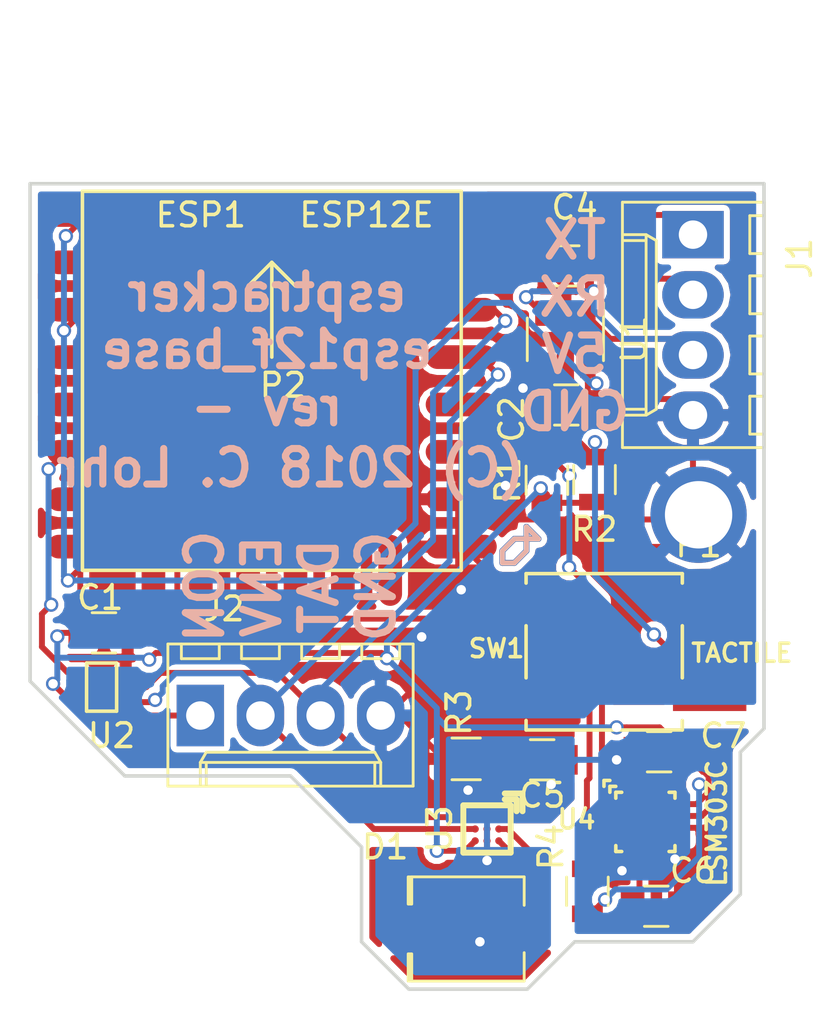
<source format=kicad_pcb>
(kicad_pcb (version 4) (host pcbnew 4.0.7-e2-6376~58~ubuntu16.04.1)

  (general
    (links 56)
    (no_connects 0)
    (area 75.660294 26.051959 110.56804 69.69804)
    (thickness 1.6)
    (drawings 33)
    (tracks 334)
    (zones 0)
    (modules 21)
    (nets 17)
  )

  (page User 200 200)
  (layers
    (0 F.Cu signal)
    (31 B.Cu signal)
    (32 B.Adhes user)
    (33 F.Adhes user)
    (34 B.Paste user)
    (35 F.Paste user)
    (36 B.SilkS user)
    (37 F.SilkS user)
    (38 B.Mask user)
    (39 F.Mask user)
    (40 Dwgs.User user)
    (41 Cmts.User user)
    (42 Eco1.User user)
    (43 Eco2.User user)
    (44 Edge.Cuts user)
    (45 Margin user)
    (46 B.CrtYd user)
    (47 F.CrtYd user)
    (48 B.Fab user)
    (49 F.Fab user)
  )

  (setup
    (last_trace_width 0.25)
    (trace_clearance 0.19304)
    (zone_clearance 0.254)
    (zone_45_only no)
    (trace_min 0.2)
    (segment_width 0.2)
    (edge_width 0.15)
    (via_size 0.6)
    (via_drill 0.4)
    (via_min_size 0.4)
    (via_min_drill 0.3)
    (uvia_size 0.3)
    (uvia_drill 0.1)
    (uvias_allowed no)
    (uvia_min_size 0)
    (uvia_min_drill 0)
    (pcb_text_width 0.3)
    (pcb_text_size 1.5 1.5)
    (mod_edge_width 0.15)
    (mod_text_size 1 1)
    (mod_text_width 0.15)
    (pad_size 4.064 4.064)
    (pad_drill 2.8448)
    (pad_to_mask_clearance 0.127)
    (aux_axis_origin 0 0)
    (visible_elements FFFFFF7F)
    (pcbplotparams
      (layerselection 0x010f8_80000001)
      (usegerberextensions true)
      (excludeedgelayer false)
      (linewidth 0.100000)
      (plotframeref false)
      (viasonmask false)
      (mode 1)
      (useauxorigin false)
      (hpglpennumber 1)
      (hpglpenspeed 20)
      (hpglpendiameter 15)
      (hpglpenoverlay 2)
      (psnegative false)
      (psa4output false)
      (plotreference true)
      (plotvalue true)
      (plotinvisibletext false)
      (padsonsilk false)
      (subtractmaskfromsilk false)
      (outputformat 1)
      (mirror false)
      (drillshape 0)
      (scaleselection 1)
      (outputdirectory esp12f_base_rev-))
  )

  (net 0 "")
  (net 1 +3V3)
  (net 2 GND)
  (net 3 +5V)
  (net 4 "Net-(C5-Pad2)")
  (net 5 IIN+)
  (net 6 IIN-)
  (net 7 I2SI)
  (net 8 "Net-(ESP1-Pad18)")
  (net 9 RAWDAT)
  (net 10 RAWENV)
  (net 11 RXD)
  (net 12 TXD)
  (net 13 "Net-(R3-Pad1)")
  (net 14 "Net-(C6-Pad1)")
  (net 15 SDA)
  (net 16 SCL)

  (net_class Default "This is the default net class."
    (clearance 0.19304)
    (trace_width 0.25)
    (via_dia 0.6)
    (via_drill 0.4)
    (uvia_dia 0.3)
    (uvia_drill 0.1)
    (add_net +3V3)
    (add_net +5V)
    (add_net GND)
    (add_net I2SI)
    (add_net IIN+)
    (add_net IIN-)
    (add_net "Net-(C5-Pad2)")
    (add_net "Net-(C6-Pad1)")
    (add_net "Net-(ESP1-Pad18)")
    (add_net "Net-(R3-Pad1)")
    (add_net RAWDAT)
    (add_net RAWENV)
    (add_net RXD)
    (add_net SCL)
    (add_net SDA)
    (add_net TXD)
  )

  (module Molex_KK-6410-04_04x2.54mm_Straight (layer F.Cu) (tedit 58EE6EE8) (tstamp 5AF9D058)
    (at 105 36.15 270)
    (descr "Connector Headers with Friction Lock, 22-27-2041, http://www.molex.com/pdm_docs/sd/022272021_sd.pdf")
    (tags "connector molex kk_6410 22-27-2041")
    (path /5ACDA9B6)
    (fp_text reference J1 (at 1 -4.5 270) (layer F.SilkS)
      (effects (font (size 1 1) (thickness 0.15)))
    )
    (fp_text value PGM (at 3.81 4.5 270) (layer F.Fab)
      (effects (font (size 1 1) (thickness 0.15)))
    )
    (fp_line (start -1.47 -3.12) (end -1.47 3.08) (layer F.Fab) (width 0.12))
    (fp_line (start -1.47 3.08) (end 9.09 3.08) (layer F.Fab) (width 0.12))
    (fp_line (start 9.09 3.08) (end 9.09 -3.12) (layer F.Fab) (width 0.12))
    (fp_line (start 9.09 -3.12) (end -1.47 -3.12) (layer F.Fab) (width 0.12))
    (fp_line (start -1.37 -3.02) (end -1.37 2.98) (layer F.SilkS) (width 0.12))
    (fp_line (start -1.37 2.98) (end 8.99 2.98) (layer F.SilkS) (width 0.12))
    (fp_line (start 8.99 2.98) (end 8.99 -3.02) (layer F.SilkS) (width 0.12))
    (fp_line (start 8.99 -3.02) (end -1.37 -3.02) (layer F.SilkS) (width 0.12))
    (fp_line (start 0 2.98) (end 0 1.98) (layer F.SilkS) (width 0.12))
    (fp_line (start 0 1.98) (end 7.62 1.98) (layer F.SilkS) (width 0.12))
    (fp_line (start 7.62 1.98) (end 7.62 2.98) (layer F.SilkS) (width 0.12))
    (fp_line (start 0 1.98) (end 0.25 1.55) (layer F.SilkS) (width 0.12))
    (fp_line (start 0.25 1.55) (end 7.37 1.55) (layer F.SilkS) (width 0.12))
    (fp_line (start 7.37 1.55) (end 7.62 1.98) (layer F.SilkS) (width 0.12))
    (fp_line (start 0.25 2.98) (end 0.25 1.98) (layer F.SilkS) (width 0.12))
    (fp_line (start 7.37 2.98) (end 7.37 1.98) (layer F.SilkS) (width 0.12))
    (fp_line (start -0.8 -3.02) (end -0.8 -2.4) (layer F.SilkS) (width 0.12))
    (fp_line (start -0.8 -2.4) (end 0.8 -2.4) (layer F.SilkS) (width 0.12))
    (fp_line (start 0.8 -2.4) (end 0.8 -3.02) (layer F.SilkS) (width 0.12))
    (fp_line (start 1.74 -3.02) (end 1.74 -2.4) (layer F.SilkS) (width 0.12))
    (fp_line (start 1.74 -2.4) (end 3.34 -2.4) (layer F.SilkS) (width 0.12))
    (fp_line (start 3.34 -2.4) (end 3.34 -3.02) (layer F.SilkS) (width 0.12))
    (fp_line (start 4.28 -3.02) (end 4.28 -2.4) (layer F.SilkS) (width 0.12))
    (fp_line (start 4.28 -2.4) (end 5.88 -2.4) (layer F.SilkS) (width 0.12))
    (fp_line (start 5.88 -2.4) (end 5.88 -3.02) (layer F.SilkS) (width 0.12))
    (fp_line (start 6.82 -3.02) (end 6.82 -2.4) (layer F.SilkS) (width 0.12))
    (fp_line (start 6.82 -2.4) (end 8.42 -2.4) (layer F.SilkS) (width 0.12))
    (fp_line (start 8.42 -2.4) (end 8.42 -3.02) (layer F.SilkS) (width 0.12))
    (fp_line (start -1.9 3.5) (end -1.9 -3.55) (layer F.CrtYd) (width 0.05))
    (fp_line (start -1.9 -3.55) (end 9.5 -3.55) (layer F.CrtYd) (width 0.05))
    (fp_line (start 9.5 -3.55) (end 9.5 3.5) (layer F.CrtYd) (width 0.05))
    (fp_line (start 9.5 3.5) (end -1.9 3.5) (layer F.CrtYd) (width 0.05))
    (fp_text user %R (at 3.81 0 270) (layer F.Fab)
      (effects (font (size 1 1) (thickness 0.15)))
    )
    (pad 1 thru_hole rect (at 0 0 270) (size 2 2.6) (drill 1.2) (layers *.Cu *.Mask)
      (net 12 TXD))
    (pad 2 thru_hole oval (at 2.54 0 270) (size 2 2.6) (drill 1.2) (layers *.Cu *.Mask)
      (net 11 RXD))
    (pad 3 thru_hole oval (at 5.08 0 270) (size 2 2.6) (drill 1.2) (layers *.Cu *.Mask)
      (net 3 +5V))
    (pad 4 thru_hole oval (at 7.62 0 270) (size 2 2.6) (drill 1.2) (layers *.Cu *.Mask)
      (net 2 GND))
    (model ${KISYS3DMOD}/Connectors_Molex.3dshapes/Molex_KK-6410-04_04x2.54mm_Straight.wrl
      (at (xyz 0 0 0))
      (scale (xyz 1 1 1))
      (rotate (xyz 0 0 0))
    )
  )

  (module C_0805 (layer F.Cu) (tedit 5ACDB876) (tstamp 5AF9CF9D)
    (at 80.12 52.96)
    (descr "Capacitor SMD 0805, reflow soldering, AVX (see smccp.pdf)")
    (tags "capacitor 0805")
    (path /5ACDC0E8)
    (attr smd)
    (fp_text reference C1 (at -0.16 -1.49) (layer F.SilkS)
      (effects (font (size 1 1) (thickness 0.15)))
    )
    (fp_text value .1u (at -3.1 -0.15) (layer F.Fab)
      (effects (font (size 1 1) (thickness 0.15)))
    )
    (fp_text user %R (at 0 -1.5) (layer F.Fab)
      (effects (font (size 1 1) (thickness 0.15)))
    )
    (fp_line (start -1 0.62) (end -1 -0.62) (layer F.Fab) (width 0.1))
    (fp_line (start 1 0.62) (end -1 0.62) (layer F.Fab) (width 0.1))
    (fp_line (start 1 -0.62) (end 1 0.62) (layer F.Fab) (width 0.1))
    (fp_line (start -1 -0.62) (end 1 -0.62) (layer F.Fab) (width 0.1))
    (fp_line (start 0.5 -0.85) (end -0.5 -0.85) (layer F.SilkS) (width 0.12))
    (fp_line (start -0.5 0.85) (end 0.5 0.85) (layer F.SilkS) (width 0.12))
    (fp_line (start -1.75 -0.88) (end 1.75 -0.88) (layer F.CrtYd) (width 0.05))
    (fp_line (start -1.75 -0.88) (end -1.75 0.87) (layer F.CrtYd) (width 0.05))
    (fp_line (start 1.75 0.87) (end 1.75 -0.88) (layer F.CrtYd) (width 0.05))
    (fp_line (start 1.75 0.87) (end -1.75 0.87) (layer F.CrtYd) (width 0.05))
    (pad 1 smd rect (at -1 0) (size 1 1.25) (layers F.Cu F.Paste F.Mask)
      (net 1 +3V3))
    (pad 2 smd rect (at 1 0) (size 1 1.25) (layers F.Cu F.Paste F.Mask)
      (net 2 GND))
    (model Capacitors_SMD.3dshapes/C_0805.wrl
      (at (xyz 0 0 0))
      (scale (xyz 1 1 1))
      (rotate (xyz 0 0 0))
    )
  )

  (module C_0805 (layer F.Cu) (tedit 5ACDB70E) (tstamp 5AF9CFAE)
    (at 99.65 43.34 180)
    (descr "Capacitor SMD 0805, reflow soldering, AVX (see smccp.pdf)")
    (tags "capacitor 0805")
    (path /5ACDC0A9)
    (attr smd)
    (fp_text reference C2 (at 2.31 -0.61 270) (layer F.SilkS)
      (effects (font (size 1 1) (thickness 0.15)))
    )
    (fp_text value 10u (at 0 1.75 180) (layer F.Fab)
      (effects (font (size 1 1) (thickness 0.15)))
    )
    (fp_text user %R (at 0 -1.5 180) (layer F.Fab)
      (effects (font (size 1 1) (thickness 0.15)))
    )
    (fp_line (start -1 0.62) (end -1 -0.62) (layer F.Fab) (width 0.1))
    (fp_line (start 1 0.62) (end -1 0.62) (layer F.Fab) (width 0.1))
    (fp_line (start 1 -0.62) (end 1 0.62) (layer F.Fab) (width 0.1))
    (fp_line (start -1 -0.62) (end 1 -0.62) (layer F.Fab) (width 0.1))
    (fp_line (start 0.5 -0.85) (end -0.5 -0.85) (layer F.SilkS) (width 0.12))
    (fp_line (start -0.5 0.85) (end 0.5 0.85) (layer F.SilkS) (width 0.12))
    (fp_line (start -1.75 -0.88) (end 1.75 -0.88) (layer F.CrtYd) (width 0.05))
    (fp_line (start -1.75 -0.88) (end -1.75 0.87) (layer F.CrtYd) (width 0.05))
    (fp_line (start 1.75 0.87) (end 1.75 -0.88) (layer F.CrtYd) (width 0.05))
    (fp_line (start 1.75 0.87) (end -1.75 0.87) (layer F.CrtYd) (width 0.05))
    (pad 1 smd rect (at -1 0 180) (size 1 1.25) (layers F.Cu F.Paste F.Mask)
      (net 1 +3V3))
    (pad 2 smd rect (at 1 0 180) (size 1 1.25) (layers F.Cu F.Paste F.Mask)
      (net 2 GND))
    (model Capacitors_SMD.3dshapes/C_0805.wrl
      (at (xyz 0 0 0))
      (scale (xyz 1 1 1))
      (rotate (xyz 0 0 0))
    )
  )

  (module C_0805 (layer F.Cu) (tedit 5ACDB8FC) (tstamp 5AF9CFD0)
    (at 99.69 37.47 180)
    (descr "Capacitor SMD 0805, reflow soldering, AVX (see smccp.pdf)")
    (tags "capacitor 0805")
    (path /5ACDBF1D)
    (attr smd)
    (fp_text reference C4 (at -0.31 2.47 180) (layer F.SilkS)
      (effects (font (size 1 1) (thickness 0.15)))
    )
    (fp_text value 1u (at 0 1.75 180) (layer F.Fab)
      (effects (font (size 1 1) (thickness 0.15)))
    )
    (fp_text user %R (at 0 -1.5 180) (layer F.Fab)
      (effects (font (size 1 1) (thickness 0.15)))
    )
    (fp_line (start -1 0.62) (end -1 -0.62) (layer F.Fab) (width 0.1))
    (fp_line (start 1 0.62) (end -1 0.62) (layer F.Fab) (width 0.1))
    (fp_line (start 1 -0.62) (end 1 0.62) (layer F.Fab) (width 0.1))
    (fp_line (start -1 -0.62) (end 1 -0.62) (layer F.Fab) (width 0.1))
    (fp_line (start 0.5 -0.85) (end -0.5 -0.85) (layer F.SilkS) (width 0.12))
    (fp_line (start -0.5 0.85) (end 0.5 0.85) (layer F.SilkS) (width 0.12))
    (fp_line (start -1.75 -0.88) (end 1.75 -0.88) (layer F.CrtYd) (width 0.05))
    (fp_line (start -1.75 -0.88) (end -1.75 0.87) (layer F.CrtYd) (width 0.05))
    (fp_line (start 1.75 0.87) (end 1.75 -0.88) (layer F.CrtYd) (width 0.05))
    (fp_line (start 1.75 0.87) (end -1.75 0.87) (layer F.CrtYd) (width 0.05))
    (pad 1 smd rect (at -1 0 180) (size 1 1.25) (layers F.Cu F.Paste F.Mask)
      (net 3 +5V))
    (pad 2 smd rect (at 1 0 180) (size 1 1.25) (layers F.Cu F.Paste F.Mask)
      (net 2 GND))
    (model Capacitors_SMD.3dshapes/C_0805.wrl
      (at (xyz 0 0 0))
      (scale (xyz 1 1 1))
      (rotate (xyz 0 0 0))
    )
  )

  (module C_0805 (layer F.Cu) (tedit 58AA8463) (tstamp 5AF9CFE1)
    (at 98.63 58.32 180)
    (descr "Capacitor SMD 0805, reflow soldering, AVX (see smccp.pdf)")
    (tags "capacitor 0805")
    (path /5ACDBD5D)
    (attr smd)
    (fp_text reference C5 (at 0 -1.5 180) (layer F.SilkS)
      (effects (font (size 1 1) (thickness 0.15)))
    )
    (fp_text value 1u (at 0 1.75 180) (layer F.Fab)
      (effects (font (size 1 1) (thickness 0.15)))
    )
    (fp_text user %R (at 0 -1.5 180) (layer F.Fab)
      (effects (font (size 1 1) (thickness 0.15)))
    )
    (fp_line (start -1 0.62) (end -1 -0.62) (layer F.Fab) (width 0.1))
    (fp_line (start 1 0.62) (end -1 0.62) (layer F.Fab) (width 0.1))
    (fp_line (start 1 -0.62) (end 1 0.62) (layer F.Fab) (width 0.1))
    (fp_line (start -1 -0.62) (end 1 -0.62) (layer F.Fab) (width 0.1))
    (fp_line (start 0.5 -0.85) (end -0.5 -0.85) (layer F.SilkS) (width 0.12))
    (fp_line (start -0.5 0.85) (end 0.5 0.85) (layer F.SilkS) (width 0.12))
    (fp_line (start -1.75 -0.88) (end 1.75 -0.88) (layer F.CrtYd) (width 0.05))
    (fp_line (start -1.75 -0.88) (end -1.75 0.87) (layer F.CrtYd) (width 0.05))
    (fp_line (start 1.75 0.87) (end 1.75 -0.88) (layer F.CrtYd) (width 0.05))
    (fp_line (start 1.75 0.87) (end -1.75 0.87) (layer F.CrtYd) (width 0.05))
    (pad 1 smd rect (at -1 0 180) (size 1 1.25) (layers F.Cu F.Paste F.Mask)
      (net 2 GND))
    (pad 2 smd rect (at 1 0 180) (size 1 1.25) (layers F.Cu F.Paste F.Mask)
      (net 4 "Net-(C5-Pad2)"))
    (model Capacitors_SMD.3dshapes/C_0805.wrl
      (at (xyz 0 0 0))
      (scale (xyz 1 1 1))
      (rotate (xyz 0 0 0))
    )
  )

  (module VBPW34FASR (layer F.Cu) (tedit 5ACDB958) (tstamp 5AF9D00B)
    (at 92.98 65.46)
    (descr "PhotoDiode, plastic DIL, 4.3x4.65mm², RM5.08")
    (tags "PhotoDiode plastic DIL RM5.08")
    (path /5ACDBBAA)
    (fp_text reference D1 (at -0.98 -3.46) (layer F.SilkS)
      (effects (font (size 1 1) (thickness 0.15)))
    )
    (fp_text value VBPW34FASR (at 2.54 3.17) (layer F.Fab)
      (effects (font (size 1 1) (thickness 0.15)))
    )
    (fp_line (start 3.79 1.5) (end 3.79 -1.5) (layer F.Fab) (width 0.1))
    (fp_line (start 0.79 -1.5) (end 0.79 1.5) (layer F.Fab) (width 0.1))
    (fp_line (start 0.09 1.05) (end 0.09 2.2) (layer F.SilkS) (width 0.12))
    (fp_line (start 0.04 2.2) (end 0.04 1.05) (layer F.SilkS) (width 0.12))
    (fp_line (start -0.01 1.05) (end -0.01 2.2) (layer F.SilkS) (width 0.12))
    (fp_line (start -0.01 -1.05) (end -0.01 -2.2) (layer F.SilkS) (width 0.12))
    (fp_line (start 0.09 -2.2) (end 0.09 -1.05) (layer F.SilkS) (width 0.12))
    (fp_line (start 0.04 -2.2) (end 0.04 -1.05) (layer F.SilkS) (width 0.12))
    (fp_line (start 0.14 -1.05) (end 0.14 -2.2) (layer F.SilkS) (width 0.12))
    (fp_line (start 4.89 1) (end 4.89 2.2) (layer F.SilkS) (width 0.12))
    (fp_line (start 4.89 2.2) (end 0.14 2.2) (layer F.SilkS) (width 0.12))
    (fp_line (start 0.14 2.2) (end 0.14 1.05) (layer F.SilkS) (width 0.12))
    (fp_line (start 0.14 -2.2) (end 4.89 -2.2) (layer F.SilkS) (width 0.12))
    (fp_line (start 4.89 -2.2) (end 4.89 -1) (layer F.SilkS) (width 0.12))
    (fp_line (start 4.84 -2.15) (end 4.84 2.15) (layer F.Fab) (width 0.1))
    (fp_line (start 4.84 2.15) (end 0.19 2.15) (layer F.Fab) (width 0.1))
    (fp_line (start 0.19 2.15) (end 0.19 -1.5) (layer F.Fab) (width 0.1))
    (fp_line (start 0.19 -1.5) (end 0.84 -2.15) (layer F.Fab) (width 0.1))
    (fp_line (start 0.84 -2.15) (end 4.84 -2.15) (layer F.Fab) (width 0.1))
    (fp_line (start 0.79 1.5) (end 3.79 1.5) (layer F.Fab) (width 0.1))
    (fp_line (start 3.79 -1.5) (end 0.79 -1.5) (layer F.Fab) (width 0.1))
    (fp_line (start 2.79 -0.38) (end 3.05 -0.38) (layer F.Fab) (width 0.1))
    (fp_line (start 2.79 -0.38) (end 2.79 -0.64) (layer F.Fab) (width 0.1))
    (fp_line (start 2.29 -0.38) (end 2.54 -0.38) (layer F.Fab) (width 0.1))
    (fp_line (start 2.29 -0.38) (end 2.29 -0.64) (layer F.Fab) (width 0.1))
    (fp_line (start 3.05 -1.14) (end 2.29 -0.38) (layer F.Fab) (width 0.1))
    (fp_line (start 3.56 -1.14) (end 2.79 -0.38) (layer F.Fab) (width 0.1))
    (fp_line (start 2.03 0.64) (end 2.67 0) (layer F.Fab) (width 0.1))
    (fp_line (start 2.67 0) (end 2.67 1.27) (layer F.Fab) (width 0.1))
    (fp_line (start 2.67 1.27) (end 2.03 0.64) (layer F.Fab) (width 0.1))
    (fp_line (start 2.03 0) (end 2.03 1.27) (layer F.Fab) (width 0.1))
    (fp_line (start 1.02 0.64) (end 3.56 0.64) (layer F.Fab) (width 0.1))
    (fp_line (start -1.1 -2.4) (end 6.18 -2.4) (layer F.CrtYd) (width 0.05))
    (fp_line (start -1.1 -2.4) (end -1.1 2.4) (layer F.CrtYd) (width 0.05))
    (fp_line (start 6.18 2.4) (end 6.18 -2.4) (layer F.CrtYd) (width 0.05))
    (fp_line (start 6.18 2.4) (end -1.1 2.4) (layer F.CrtYd) (width 0.05))
    (pad 2 smd rect (at 5.08 0 180) (size 1.3 1.3) (layers F.Cu F.Paste F.Mask)
      (net 5 IIN+))
    (pad 1 smd rect (at 0 0 180) (size 1.7 1.7) (layers F.Cu F.Paste F.Mask)
      (net 6 IIN-))
  )

  (module ESP12E (layer F.Cu) (tedit 0) (tstamp 5AF9D02F)
    (at 87.21 38.32)
    (path /5ACDA916)
    (fp_text reference ESP1 (at -3 -3) (layer F.SilkS)
      (effects (font (size 1 1) (thickness 0.15)))
    )
    (fp_text value ESP12E (at 4 -3) (layer F.SilkS)
      (effects (font (size 1 1) (thickness 0.15)))
    )
    (fp_line (start 0 -1) (end -1 0) (layer F.SilkS) (width 0.15))
    (fp_line (start 0 -1) (end 1 0) (layer F.SilkS) (width 0.15))
    (fp_line (start 0 -1) (end 0 3) (layer F.SilkS) (width 0.15))
    (fp_line (start -8 12) (end -8 -4) (layer F.SilkS) (width 0.15))
    (fp_line (start -8 -4) (end 8 -4) (layer F.SilkS) (width 0.15))
    (fp_line (start 8 -4) (end 8 12) (layer F.SilkS) (width 0.15))
    (fp_line (start 8 -12) (end -8 -12) (layer Dwgs.User) (width 0.15))
    (fp_line (start -8 -12) (end -8 12) (layer Dwgs.User) (width 0.15))
    (fp_line (start -8 12) (end 8 12) (layer F.SilkS) (width 0.15))
    (fp_line (start 8 12) (end 8 -12) (layer Dwgs.User) (width 0.15))
    (pad 1 smd oval (at -8 -3) (size 3 1) (layers F.Cu F.Paste F.Mask)
      (net 1 +3V3))
    (pad 2 smd oval (at -8 -1) (size 3 1) (layers F.Cu F.Paste F.Mask))
    (pad 3 smd oval (at -8 1) (size 3 1) (layers F.Cu F.Paste F.Mask)
      (net 1 +3V3))
    (pad 4 smd oval (at -8 3) (size 3 1) (layers F.Cu F.Paste F.Mask))
    (pad 5 smd oval (at -8 5) (size 3 1) (layers F.Cu F.Paste F.Mask))
    (pad 6 smd oval (at -8 7) (size 3 1) (layers F.Cu F.Paste F.Mask)
      (net 7 I2SI))
    (pad 7 smd oval (at -8 9) (size 3 1) (layers F.Cu F.Paste F.Mask)
      (net 15 SDA))
    (pad 8 smd oval (at -8 11) (size 3 1) (layers F.Cu F.Paste F.Mask)
      (net 1 +3V3))
    (pad 9 smd oval (at -5 12 90) (size 3 1) (layers F.Cu F.Paste F.Mask))
    (pad 10 smd oval (at -3 12 90) (size 3 1) (layers F.Cu F.Paste F.Mask))
    (pad 11 smd oval (at -1 12 90) (size 3 1) (layers F.Cu F.Paste F.Mask))
    (pad 12 smd oval (at 1 12 90) (size 3 1) (layers F.Cu F.Paste F.Mask))
    (pad 13 smd oval (at 3 12 90) (size 3 1) (layers F.Cu F.Paste F.Mask))
    (pad 14 smd oval (at 5 12 90) (size 3 1) (layers F.Cu F.Paste F.Mask))
    (pad 15 smd oval (at 8 11 180) (size 3 1) (layers F.Cu F.Paste F.Mask)
      (net 2 GND))
    (pad 16 smd oval (at 8 9 180) (size 3 1) (layers F.Cu F.Paste F.Mask)
      (net 2 GND))
    (pad 17 smd oval (at 8 7 180) (size 3 1) (layers F.Cu F.Paste F.Mask)
      (net 16 SCL))
    (pad 18 smd oval (at 8 5 180) (size 3 1) (layers F.Cu F.Paste F.Mask)
      (net 8 "Net-(ESP1-Pad18)"))
    (pad 19 smd oval (at 8 3 180) (size 3 1) (layers F.Cu F.Paste F.Mask)
      (net 9 RAWDAT))
    (pad 20 smd oval (at 8 1 180) (size 3 1) (layers F.Cu F.Paste F.Mask)
      (net 10 RAWENV))
    (pad 21 smd oval (at 8 -1 180) (size 3 1) (layers F.Cu F.Paste F.Mask)
      (net 11 RXD))
    (pad 22 smd oval (at 8 -3 180) (size 3 1) (layers F.Cu F.Paste F.Mask)
      (net 12 TXD))
  )

  (module Molex_KK-6410-04_04x2.54mm_Straight (layer F.Cu) (tedit 58EE6EE8) (tstamp 5AF9D081)
    (at 84.19 56.45)
    (descr "Connector Headers with Friction Lock, 22-27-2041, http://www.molex.com/pdm_docs/sd/022272021_sd.pdf")
    (tags "connector molex kk_6410 22-27-2041")
    (path /5ACDD070)
    (fp_text reference J2 (at 1 -4.5) (layer F.SilkS)
      (effects (font (size 1 1) (thickness 0.15)))
    )
    (fp_text value MON (at 3.81 4.5) (layer F.Fab)
      (effects (font (size 1 1) (thickness 0.15)))
    )
    (fp_line (start -1.47 -3.12) (end -1.47 3.08) (layer F.Fab) (width 0.12))
    (fp_line (start -1.47 3.08) (end 9.09 3.08) (layer F.Fab) (width 0.12))
    (fp_line (start 9.09 3.08) (end 9.09 -3.12) (layer F.Fab) (width 0.12))
    (fp_line (start 9.09 -3.12) (end -1.47 -3.12) (layer F.Fab) (width 0.12))
    (fp_line (start -1.37 -3.02) (end -1.37 2.98) (layer F.SilkS) (width 0.12))
    (fp_line (start -1.37 2.98) (end 8.99 2.98) (layer F.SilkS) (width 0.12))
    (fp_line (start 8.99 2.98) (end 8.99 -3.02) (layer F.SilkS) (width 0.12))
    (fp_line (start 8.99 -3.02) (end -1.37 -3.02) (layer F.SilkS) (width 0.12))
    (fp_line (start 0 2.98) (end 0 1.98) (layer F.SilkS) (width 0.12))
    (fp_line (start 0 1.98) (end 7.62 1.98) (layer F.SilkS) (width 0.12))
    (fp_line (start 7.62 1.98) (end 7.62 2.98) (layer F.SilkS) (width 0.12))
    (fp_line (start 0 1.98) (end 0.25 1.55) (layer F.SilkS) (width 0.12))
    (fp_line (start 0.25 1.55) (end 7.37 1.55) (layer F.SilkS) (width 0.12))
    (fp_line (start 7.37 1.55) (end 7.62 1.98) (layer F.SilkS) (width 0.12))
    (fp_line (start 0.25 2.98) (end 0.25 1.98) (layer F.SilkS) (width 0.12))
    (fp_line (start 7.37 2.98) (end 7.37 1.98) (layer F.SilkS) (width 0.12))
    (fp_line (start -0.8 -3.02) (end -0.8 -2.4) (layer F.SilkS) (width 0.12))
    (fp_line (start -0.8 -2.4) (end 0.8 -2.4) (layer F.SilkS) (width 0.12))
    (fp_line (start 0.8 -2.4) (end 0.8 -3.02) (layer F.SilkS) (width 0.12))
    (fp_line (start 1.74 -3.02) (end 1.74 -2.4) (layer F.SilkS) (width 0.12))
    (fp_line (start 1.74 -2.4) (end 3.34 -2.4) (layer F.SilkS) (width 0.12))
    (fp_line (start 3.34 -2.4) (end 3.34 -3.02) (layer F.SilkS) (width 0.12))
    (fp_line (start 4.28 -3.02) (end 4.28 -2.4) (layer F.SilkS) (width 0.12))
    (fp_line (start 4.28 -2.4) (end 5.88 -2.4) (layer F.SilkS) (width 0.12))
    (fp_line (start 5.88 -2.4) (end 5.88 -3.02) (layer F.SilkS) (width 0.12))
    (fp_line (start 6.82 -3.02) (end 6.82 -2.4) (layer F.SilkS) (width 0.12))
    (fp_line (start 6.82 -2.4) (end 8.42 -2.4) (layer F.SilkS) (width 0.12))
    (fp_line (start 8.42 -2.4) (end 8.42 -3.02) (layer F.SilkS) (width 0.12))
    (fp_line (start -1.9 3.5) (end -1.9 -3.55) (layer F.CrtYd) (width 0.05))
    (fp_line (start -1.9 -3.55) (end 9.5 -3.55) (layer F.CrtYd) (width 0.05))
    (fp_line (start 9.5 -3.55) (end 9.5 3.5) (layer F.CrtYd) (width 0.05))
    (fp_line (start 9.5 3.5) (end -1.9 3.5) (layer F.CrtYd) (width 0.05))
    (fp_text user %R (at 3.81 0) (layer F.Fab)
      (effects (font (size 1 1) (thickness 0.15)))
    )
    (pad 1 thru_hole rect (at 0 0) (size 2 2.6) (drill 1.2) (layers *.Cu *.Mask)
      (net 7 I2SI))
    (pad 2 thru_hole oval (at 2.54 0) (size 2 2.6) (drill 1.2) (layers *.Cu *.Mask)
      (net 10 RAWENV))
    (pad 3 thru_hole oval (at 5.08 0) (size 2 2.6) (drill 1.2) (layers *.Cu *.Mask)
      (net 9 RAWDAT))
    (pad 4 thru_hole oval (at 7.62 0) (size 2 2.6) (drill 1.2) (layers *.Cu *.Mask)
      (net 2 GND))
    (model ${KISYS3DMOD}/Connectors_Molex.3dshapes/Molex_KK-6410-04_04x2.54mm_Straight.wrl
      (at (xyz 0 0 0))
      (scale (xyz 1 1 1))
      (rotate (xyz 0 0 0))
    )
  )

  (module R_0805 (layer F.Cu) (tedit 58E0A804) (tstamp 5AF9D092)
    (at 98.83 46.52 90)
    (descr "Resistor SMD 0805, reflow soldering, Vishay (see dcrcw.pdf)")
    (tags "resistor 0805")
    (path /5ACDB205)
    (attr smd)
    (fp_text reference R1 (at 0 -1.65 90) (layer F.SilkS)
      (effects (font (size 1 1) (thickness 0.15)))
    )
    (fp_text value 4k7 (at 0 1.75 90) (layer F.Fab)
      (effects (font (size 1 1) (thickness 0.15)))
    )
    (fp_text user %R (at 0 0 90) (layer F.Fab)
      (effects (font (size 0.5 0.5) (thickness 0.075)))
    )
    (fp_line (start -1 0.62) (end -1 -0.62) (layer F.Fab) (width 0.1))
    (fp_line (start 1 0.62) (end -1 0.62) (layer F.Fab) (width 0.1))
    (fp_line (start 1 -0.62) (end 1 0.62) (layer F.Fab) (width 0.1))
    (fp_line (start -1 -0.62) (end 1 -0.62) (layer F.Fab) (width 0.1))
    (fp_line (start 0.6 0.88) (end -0.6 0.88) (layer F.SilkS) (width 0.12))
    (fp_line (start -0.6 -0.88) (end 0.6 -0.88) (layer F.SilkS) (width 0.12))
    (fp_line (start -1.55 -0.9) (end 1.55 -0.9) (layer F.CrtYd) (width 0.05))
    (fp_line (start -1.55 -0.9) (end -1.55 0.9) (layer F.CrtYd) (width 0.05))
    (fp_line (start 1.55 0.9) (end 1.55 -0.9) (layer F.CrtYd) (width 0.05))
    (fp_line (start 1.55 0.9) (end -1.55 0.9) (layer F.CrtYd) (width 0.05))
    (pad 1 smd rect (at -0.95 0 90) (size 0.7 1.3) (layers F.Cu F.Paste F.Mask)
      (net 1 +3V3))
    (pad 2 smd rect (at 0.95 0 90) (size 0.7 1.3) (layers F.Cu F.Paste F.Mask)
      (net 16 SCL))
    (model ${KISYS3DMOD}/Resistors_SMD.3dshapes/R_0805.wrl
      (at (xyz 0 0 0))
      (scale (xyz 1 1 1))
      (rotate (xyz 0 0 0))
    )
  )

  (module R_0805 (layer F.Cu) (tedit 5ACDB712) (tstamp 5AF9D0A3)
    (at 100.84 46.49 90)
    (descr "Resistor SMD 0805, reflow soldering, Vishay (see dcrcw.pdf)")
    (tags "resistor 0805")
    (path /5ACDB19A)
    (attr smd)
    (fp_text reference R2 (at -2.1 -0.01 180) (layer F.SilkS)
      (effects (font (size 1 1) (thickness 0.15)))
    )
    (fp_text value 4k7 (at 0 1.75 90) (layer F.Fab)
      (effects (font (size 1 1) (thickness 0.15)))
    )
    (fp_text user %R (at 0 0 90) (layer F.Fab)
      (effects (font (size 0.5 0.5) (thickness 0.075)))
    )
    (fp_line (start -1 0.62) (end -1 -0.62) (layer F.Fab) (width 0.1))
    (fp_line (start 1 0.62) (end -1 0.62) (layer F.Fab) (width 0.1))
    (fp_line (start 1 -0.62) (end 1 0.62) (layer F.Fab) (width 0.1))
    (fp_line (start -1 -0.62) (end 1 -0.62) (layer F.Fab) (width 0.1))
    (fp_line (start 0.6 0.88) (end -0.6 0.88) (layer F.SilkS) (width 0.12))
    (fp_line (start -0.6 -0.88) (end 0.6 -0.88) (layer F.SilkS) (width 0.12))
    (fp_line (start -1.55 -0.9) (end 1.55 -0.9) (layer F.CrtYd) (width 0.05))
    (fp_line (start -1.55 -0.9) (end -1.55 0.9) (layer F.CrtYd) (width 0.05))
    (fp_line (start 1.55 0.9) (end 1.55 -0.9) (layer F.CrtYd) (width 0.05))
    (fp_line (start 1.55 0.9) (end -1.55 0.9) (layer F.CrtYd) (width 0.05))
    (pad 1 smd rect (at -0.95 0 90) (size 0.7 1.3) (layers F.Cu F.Paste F.Mask)
      (net 1 +3V3))
    (pad 2 smd rect (at 0.95 0 90) (size 0.7 1.3) (layers F.Cu F.Paste F.Mask)
      (net 8 "Net-(ESP1-Pad18)"))
    (model ${KISYS3DMOD}/Resistors_SMD.3dshapes/R_0805.wrl
      (at (xyz 0 0 0))
      (scale (xyz 1 1 1))
      (rotate (xyz 0 0 0))
    )
  )

  (module R_0805 (layer F.Cu) (tedit 5ACDB539) (tstamp 5AF9D0B4)
    (at 95.42 58.28 180)
    (descr "Resistor SMD 0805, reflow soldering, Vishay (see dcrcw.pdf)")
    (tags "resistor 0805")
    (path /5ACDC675)
    (attr smd)
    (fp_text reference R3 (at 0.31 1.95 270) (layer F.SilkS)
      (effects (font (size 1 1) (thickness 0.15)))
    )
    (fp_text value 15k (at 0 1.75 180) (layer F.Fab)
      (effects (font (size 1 1) (thickness 0.15)))
    )
    (fp_text user %R (at 0 0 180) (layer F.Fab)
      (effects (font (size 0.5 0.5) (thickness 0.075)))
    )
    (fp_line (start -1 0.62) (end -1 -0.62) (layer F.Fab) (width 0.1))
    (fp_line (start 1 0.62) (end -1 0.62) (layer F.Fab) (width 0.1))
    (fp_line (start 1 -0.62) (end 1 0.62) (layer F.Fab) (width 0.1))
    (fp_line (start -1 -0.62) (end 1 -0.62) (layer F.Fab) (width 0.1))
    (fp_line (start 0.6 0.88) (end -0.6 0.88) (layer F.SilkS) (width 0.12))
    (fp_line (start -0.6 -0.88) (end 0.6 -0.88) (layer F.SilkS) (width 0.12))
    (fp_line (start -1.55 -0.9) (end 1.55 -0.9) (layer F.CrtYd) (width 0.05))
    (fp_line (start -1.55 -0.9) (end -1.55 0.9) (layer F.CrtYd) (width 0.05))
    (fp_line (start 1.55 0.9) (end 1.55 -0.9) (layer F.CrtYd) (width 0.05))
    (fp_line (start 1.55 0.9) (end -1.55 0.9) (layer F.CrtYd) (width 0.05))
    (pad 1 smd rect (at -0.95 0 180) (size 0.7 1.3) (layers F.Cu F.Paste F.Mask)
      (net 13 "Net-(R3-Pad1)"))
    (pad 2 smd rect (at 0.95 0 180) (size 0.7 1.3) (layers F.Cu F.Paste F.Mask)
      (net 2 GND))
    (model ${KISYS3DMOD}/Resistors_SMD.3dshapes/R_0805.wrl
      (at (xyz 0 0 0))
      (scale (xyz 1 1 1))
      (rotate (xyz 0 0 0))
    )
  )

  (module TACTILE10 (layer F.Cu) (tedit 5ACDB7D9) (tstamp 5AF9D0C4)
    (at 101.25 53.76 180)
    (path /5ACDAC01)
    (fp_text reference SW1 (at 4.55 0.14 180) (layer F.SilkS)
      (effects (font (size 0.762 0.762) (thickness 0.15)))
    )
    (fp_text value TACTILE (at -5.81608 -0.05244 180) (layer F.SilkS)
      (effects (font (size 0.762 0.762) (thickness 0.15)))
    )
    (fp_line (start 3.3 -3.3) (end 3.3 -2.9) (layer F.SilkS) (width 0.15))
    (fp_line (start -3.3 -1.1) (end -3.3 1.1) (layer F.SilkS) (width 0.15))
    (fp_line (start 3.3 1.1) (end 3.3 -1.1) (layer F.SilkS) (width 0.15))
    (fp_line (start -3.3 2.9) (end -3.3 3.3) (layer F.SilkS) (width 0.15))
    (fp_line (start -3.3 3.3) (end 3.3 3.3) (layer F.SilkS) (width 0.15))
    (fp_line (start 3.3 3.3) (end 3.3 2.9) (layer F.SilkS) (width 0.15))
    (fp_line (start -3.3 -3.3) (end -3.3 -2.9) (layer F.SilkS) (width 0.15))
    (fp_line (start -3.3 -3.3) (end 3.3 -3.3) (layer F.SilkS) (width 0.15))
    (pad 1 smd rect (at -4.455 -2 180) (size 3.1 1) (layers F.Cu F.Paste F.Mask)
      (net 8 "Net-(ESP1-Pad18)"))
    (pad 2 smd rect (at -4.455 2 180) (size 3.1 1) (layers F.Cu F.Paste F.Mask))
    (pad 4 smd rect (at 4.455 2 180) (size 3.1 1) (layers F.Cu F.Paste F.Mask)
      (net 2 GND))
    (pad 3 smd rect (at 4.455 -2 180) (size 3.1 1) (layers F.Cu F.Paste F.Mask))
  )

  (module TS4231 (layer F.Cu) (tedit 5AB9D435) (tstamp 5AF9D0F0)
    (at 96.3 61.24 270)
    (path /5ACDBAB1)
    (fp_text reference U3 (at 0 2 270) (layer F.SilkS)
      (effects (font (size 1 1) (thickness 0.15)))
    )
    (fp_text value TS4231 (at 0 -1.5 270) (layer F.Fab)
      (effects (font (size 1 1) (thickness 0.15)))
    )
    (fp_line (start -1.5 -0.75) (end -1.5 -1.5) (layer F.SilkS) (width 0.25))
    (fp_line (start -1.5 -1.5) (end -0.75 -1.5) (layer F.SilkS) (width 0.25))
    (fp_line (start -1.25 -0.75) (end -1.25 -1.25) (layer F.SilkS) (width 0.25))
    (fp_line (start -1.25 -1.25) (end -0.75 -1.25) (layer F.SilkS) (width 0.25))
    (fp_line (start -1 -1) (end 0.75 -1) (layer F.SilkS) (width 0.25))
    (fp_line (start 0.75 -1) (end 1 -1) (layer F.SilkS) (width 0.25))
    (fp_line (start 1 -1) (end 1 1) (layer F.SilkS) (width 0.25))
    (fp_line (start 1 1) (end -1 1) (layer F.SilkS) (width 0.25))
    (fp_line (start -1 1) (end -1 -1) (layer F.SilkS) (width 0.25))
    (pad A1 smd circle (at -0.5 -0.5 90) (size 0.3048 0.3048) (layers F.Cu F.Paste F.Mask)
      (net 4 "Net-(C5-Pad2)"))
    (pad A2 smd circle (at 0 -0.5 90) (size 0.3048 0.3048) (layers F.Cu F.Paste F.Mask)
      (net 5 IIN+))
    (pad A3 smd circle (at 0.5 -0.5 90) (size 0.3048 0.3048) (layers F.Cu F.Paste F.Mask)
      (net 6 IIN-))
    (pad B1 smd circle (at -0.5 0 90) (size 0.3048 0.3048) (layers F.Cu F.Paste F.Mask)
      (net 13 "Net-(R3-Pad1)"))
    (pad B2 smd circle (at 0 0 90) (size 0.3048 0.3048) (layers F.Cu F.Paste F.Mask)
      (net 2 GND))
    (pad B3 smd circle (at 0.5 0 90) (size 0.3048 0.3048) (layers F.Cu F.Paste F.Mask)
      (net 2 GND))
    (pad C1 smd circle (at -0.5 0.5 90) (size 0.3048 0.3048) (layers F.Cu F.Paste F.Mask)
      (net 9 RAWDAT))
    (pad C2 smd circle (at 0 0.5 90) (size 0.3048 0.3048) (layers F.Cu F.Paste F.Mask)
      (net 10 RAWENV))
    (pad C3 smd circle (at 0.5 0.5 90) (size 0.3048 0.3048) (layers F.Cu F.Paste F.Mask)
      (net 1 +3V3))
  )

  (module SOT-353 (layer F.Cu) (tedit 5ACDB873) (tstamp 5AF9D199)
    (at 80.02 55.25 180)
    (descr SOT353)
    (path /5ACDB6FC)
    (attr smd)
    (fp_text reference U2 (at -0.42 -2.05 360) (layer F.SilkS)
      (effects (font (size 1 1) (thickness 0.15)))
    )
    (fp_text value XOR_SOT_353_74LVC1G86 (at 0.09906 0 270) (layer F.Fab)
      (effects (font (size 1 1) (thickness 0.15)))
    )
    (fp_line (start 0.635 1.016) (end 0.635 -1.016) (layer F.SilkS) (width 0.15))
    (fp_line (start 0.635 -1.016) (end -0.635 -1.016) (layer F.SilkS) (width 0.15))
    (fp_line (start -0.635 -1.016) (end -0.635 1.016) (layer F.SilkS) (width 0.15))
    (fp_line (start -0.635 1.016) (end 0.635 1.016) (layer F.SilkS) (width 0.15))
    (pad 1 smd rect (at -1.016 -0.635 180) (size 0.508 0.3048) (layers F.Cu F.Paste F.Mask)
      (net 10 RAWENV))
    (pad 3 smd rect (at -1.016 0.635 180) (size 0.508 0.3048) (layers F.Cu F.Paste F.Mask)
      (net 2 GND))
    (pad 5 smd rect (at 1.016 -0.635 180) (size 0.508 0.3048) (layers F.Cu F.Paste F.Mask)
      (net 1 +3V3))
    (pad 2 smd rect (at -1.016 0 180) (size 0.508 0.3048) (layers F.Cu F.Paste F.Mask)
      (net 9 RAWDAT))
    (pad 4 smd rect (at 1.016 0.635 180) (size 0.508 0.3048) (layers F.Cu F.Paste F.Mask)
      (net 7 I2SI))
    (model TO_SOT_Packages_SMD.3dshapes/SOT-353.wrl
      (at (xyz 0 0 0))
      (scale (xyz 0.07000000000000001 0.09 0.08))
      (rotate (xyz 0 0 90))
    )
  )

  (module SOT-23-5 (layer F.Cu) (tedit 58CE4E7E) (tstamp 5AF9D3F6)
    (at 99.61 40.57 270)
    (descr "5-pin SOT23 package")
    (tags SOT-23-5)
    (path /5ACDAE89)
    (attr smd)
    (fp_text reference U1 (at 0 -2.9 270) (layer F.SilkS)
      (effects (font (size 1 1) (thickness 0.15)))
    )
    (fp_text value "3.6V Regulator" (at 0 2.9 270) (layer F.Fab)
      (effects (font (size 1 1) (thickness 0.15)))
    )
    (fp_text user %R (at 0 0 360) (layer F.Fab)
      (effects (font (size 0.5 0.5) (thickness 0.075)))
    )
    (fp_line (start -0.9 1.61) (end 0.9 1.61) (layer F.SilkS) (width 0.12))
    (fp_line (start 0.9 -1.61) (end -1.55 -1.61) (layer F.SilkS) (width 0.12))
    (fp_line (start -1.9 -1.8) (end 1.9 -1.8) (layer F.CrtYd) (width 0.05))
    (fp_line (start 1.9 -1.8) (end 1.9 1.8) (layer F.CrtYd) (width 0.05))
    (fp_line (start 1.9 1.8) (end -1.9 1.8) (layer F.CrtYd) (width 0.05))
    (fp_line (start -1.9 1.8) (end -1.9 -1.8) (layer F.CrtYd) (width 0.05))
    (fp_line (start -0.9 -0.9) (end -0.25 -1.55) (layer F.Fab) (width 0.1))
    (fp_line (start 0.9 -1.55) (end -0.25 -1.55) (layer F.Fab) (width 0.1))
    (fp_line (start -0.9 -0.9) (end -0.9 1.55) (layer F.Fab) (width 0.1))
    (fp_line (start 0.9 1.55) (end -0.9 1.55) (layer F.Fab) (width 0.1))
    (fp_line (start 0.9 -1.55) (end 0.9 1.55) (layer F.Fab) (width 0.1))
    (pad 1 smd rect (at -1.1 -0.95 270) (size 1.06 0.65) (layers F.Cu F.Paste F.Mask)
      (net 3 +5V))
    (pad 2 smd rect (at -1.1 0 270) (size 1.06 0.65) (layers F.Cu F.Paste F.Mask)
      (net 2 GND))
    (pad 3 smd rect (at -1.1 0.95 270) (size 1.06 0.65) (layers F.Cu F.Paste F.Mask)
      (net 3 +5V))
    (pad 4 smd rect (at 1.1 0.95 270) (size 1.06 0.65) (layers F.Cu F.Paste F.Mask))
    (pad 5 smd rect (at 1.1 -0.95 270) (size 1.06 0.65) (layers F.Cu F.Paste F.Mask)
      (net 1 +3V3))
    (model ${KISYS3DMOD}/TO_SOT_Packages_SMD.3dshapes/SOT-23-5.wrl
      (at (xyz 0 0 0))
      (scale (xyz 1 1 1))
      (rotate (xyz 0 0 0))
    )
  )

  (module C_0805 (layer F.Cu) (tedit 5ACDB95C) (tstamp 5AF9D866)
    (at 103.45 64.5)
    (descr "Capacitor SMD 0805, reflow soldering, AVX (see smccp.pdf)")
    (tags "capacitor 0805")
    (path /5ACDE23D)
    (attr smd)
    (fp_text reference C6 (at 1.55 -1.5) (layer F.SilkS)
      (effects (font (size 1 1) (thickness 0.15)))
    )
    (fp_text value .1u (at 0 1.75) (layer F.Fab)
      (effects (font (size 1 1) (thickness 0.15)))
    )
    (fp_text user %R (at 0 -1.5) (layer F.Fab)
      (effects (font (size 1 1) (thickness 0.15)))
    )
    (fp_line (start -1 0.62) (end -1 -0.62) (layer F.Fab) (width 0.1))
    (fp_line (start 1 0.62) (end -1 0.62) (layer F.Fab) (width 0.1))
    (fp_line (start 1 -0.62) (end 1 0.62) (layer F.Fab) (width 0.1))
    (fp_line (start -1 -0.62) (end 1 -0.62) (layer F.Fab) (width 0.1))
    (fp_line (start 0.5 -0.85) (end -0.5 -0.85) (layer F.SilkS) (width 0.12))
    (fp_line (start -0.5 0.85) (end 0.5 0.85) (layer F.SilkS) (width 0.12))
    (fp_line (start -1.75 -0.88) (end 1.75 -0.88) (layer F.CrtYd) (width 0.05))
    (fp_line (start -1.75 -0.88) (end -1.75 0.87) (layer F.CrtYd) (width 0.05))
    (fp_line (start 1.75 0.87) (end 1.75 -0.88) (layer F.CrtYd) (width 0.05))
    (fp_line (start 1.75 0.87) (end -1.75 0.87) (layer F.CrtYd) (width 0.05))
    (pad 1 smd rect (at -1 0) (size 1 1.25) (layers F.Cu F.Paste F.Mask)
      (net 14 "Net-(C6-Pad1)"))
    (pad 2 smd rect (at 1 0) (size 1 1.25) (layers F.Cu F.Paste F.Mask)
      (net 2 GND))
    (model Capacitors_SMD.3dshapes/C_0805.wrl
      (at (xyz 0 0 0))
      (scale (xyz 1 1 1))
      (rotate (xyz 0 0 0))
    )
  )

  (module R_0805 (layer F.Cu) (tedit 5ACDB951) (tstamp 5AF9D877)
    (at 100.54 63.87 270)
    (descr "Resistor SMD 0805, reflow soldering, Vishay (see dcrcw.pdf)")
    (tags "resistor 0805")
    (path /5ACDDADD)
    (attr smd)
    (fp_text reference R4 (at -1.87 1.54 270) (layer F.SilkS)
      (effects (font (size 1 1) (thickness 0.15)))
    )
    (fp_text value 4k7 (at 0 1.75 270) (layer F.Fab)
      (effects (font (size 1 1) (thickness 0.15)))
    )
    (fp_text user %R (at 0 0 270) (layer F.Fab)
      (effects (font (size 0.5 0.5) (thickness 0.075)))
    )
    (fp_line (start -1 0.62) (end -1 -0.62) (layer F.Fab) (width 0.1))
    (fp_line (start 1 0.62) (end -1 0.62) (layer F.Fab) (width 0.1))
    (fp_line (start 1 -0.62) (end 1 0.62) (layer F.Fab) (width 0.1))
    (fp_line (start -1 -0.62) (end 1 -0.62) (layer F.Fab) (width 0.1))
    (fp_line (start 0.6 0.88) (end -0.6 0.88) (layer F.SilkS) (width 0.12))
    (fp_line (start -0.6 -0.88) (end 0.6 -0.88) (layer F.SilkS) (width 0.12))
    (fp_line (start -1.55 -0.9) (end 1.55 -0.9) (layer F.CrtYd) (width 0.05))
    (fp_line (start -1.55 -0.9) (end -1.55 0.9) (layer F.CrtYd) (width 0.05))
    (fp_line (start 1.55 0.9) (end 1.55 -0.9) (layer F.CrtYd) (width 0.05))
    (fp_line (start 1.55 0.9) (end -1.55 0.9) (layer F.CrtYd) (width 0.05))
    (pad 1 smd rect (at -0.95 0 270) (size 0.7 1.3) (layers F.Cu F.Paste F.Mask)
      (net 15 SDA))
    (pad 2 smd rect (at 0.95 0 270) (size 0.7 1.3) (layers F.Cu F.Paste F.Mask)
      (net 1 +3V3))
    (model ${KISYS3DMOD}/Resistors_SMD.3dshapes/R_0805.wrl
      (at (xyz 0 0 0))
      (scale (xyz 1 1 1))
      (rotate (xyz 0 0 0))
    )
  )

  (module 12LGA (layer F.Cu) (tedit 5ACDB95F) (tstamp 5B1434F0)
    (at 102.99 60.94)
    (path /5ACDDC5C)
    (fp_text reference U4 (at -2.91 -0.11) (layer F.SilkS)
      (effects (font (size 0.8128 0.7874) (thickness 0.1524)))
    )
    (fp_text value LSM303C (at 3.01 0.06 90) (layer F.SilkS)
      (effects (font (size 0.8128 0.7874) (thickness 0.1524)))
    )
    (fp_line (start -1.75 -1.5) (end -1.75 -1.75) (layer F.SilkS) (width 0.15))
    (fp_line (start -1.75 -1.75) (end -1.5 -1.75) (layer F.SilkS) (width 0.15))
    (fp_line (start -1.5 -1.25) (end -1.5 -1.5) (layer F.SilkS) (width 0.15))
    (fp_line (start -1.5 -1.5) (end -1.25 -1.5) (layer F.SilkS) (width 0.15))
    (fp_line (start -1 1.25) (end -1.25 1.25) (layer F.SilkS) (width 0.15))
    (fp_line (start -1.25 1.25) (end -1.25 1) (layer F.SilkS) (width 0.15))
    (fp_line (start 1.25 1) (end 1.25 1.25) (layer F.SilkS) (width 0.15))
    (fp_line (start 1.25 1.25) (end 1 1.25) (layer F.SilkS) (width 0.15))
    (fp_line (start 1 -1.25) (end 1.25 -1.25) (layer F.SilkS) (width 0.15))
    (fp_line (start 1.25 -1.25) (end 1.25 -1) (layer F.SilkS) (width 0.15))
    (fp_line (start -1.25 -1) (end -1.25 -1.25) (layer F.SilkS) (width 0.15))
    (fp_line (start -1.25 -1.25) (end -1 -1.25) (layer F.SilkS) (width 0.15))
    (pad 1 smd rect (at -1.25 -0.75) (size 1.25 0.25) (layers F.Cu F.Paste F.Mask)
      (net 16 SCL))
    (pad 2 smd rect (at -1.25 -0.25) (size 1.25 0.25) (layers F.Cu F.Paste F.Mask))
    (pad 3 smd rect (at -1.25 0.25) (size 1.25 0.25) (layers F.Cu F.Paste F.Mask))
    (pad 4 smd rect (at -1.25 0.75) (size 1.25 0.25) (layers F.Cu F.Paste F.Mask)
      (net 15 SDA))
    (pad 5 smd rect (at -0.25 1.25) (size 0.25 1.25) (layers F.Cu F.Paste F.Mask)
      (net 14 "Net-(C6-Pad1)"))
    (pad 6 smd rect (at 0.25 1.25) (size 0.25 1.25) (layers F.Cu F.Paste F.Mask)
      (net 2 GND))
    (pad 7 smd rect (at 1.25 0.75) (size 1.25 0.25) (layers F.Cu F.Paste F.Mask))
    (pad 8 smd rect (at 1.25 0.25) (size 1.25 0.25) (layers F.Cu F.Paste F.Mask)
      (net 2 GND))
    (pad 9 smd rect (at 1.25 -0.25) (size 1.25 0.25) (layers F.Cu F.Paste F.Mask)
      (net 1 +3V3))
    (pad 10 smd rect (at 1.25 -0.75) (size 1.25 0.25) (layers F.Cu F.Paste F.Mask)
      (net 1 +3V3))
    (pad 11 smd rect (at 0.25 -1.25) (size 0.25 1.25) (layers F.Cu F.Paste F.Mask))
    (pad 12 smd rect (at -0.25 -1.25) (size 0.25 1.25) (layers F.Cu F.Paste F.Mask))
  )

  (module C_0805 (layer F.Cu) (tedit 5ACDB7E2) (tstamp 5B1437F6)
    (at 103.57 57.98 180)
    (descr "Capacitor SMD 0805, reflow soldering, AVX (see smccp.pdf)")
    (tags "capacitor 0805")
    (path /5ACDE8EB)
    (attr smd)
    (fp_text reference C7 (at -2.71376 0.67506 180) (layer F.SilkS)
      (effects (font (size 1 1) (thickness 0.15)))
    )
    (fp_text value .1u (at 0 1.75 180) (layer F.Fab)
      (effects (font (size 1 1) (thickness 0.15)))
    )
    (fp_text user %R (at 0 -1.5 180) (layer F.Fab)
      (effects (font (size 1 1) (thickness 0.15)))
    )
    (fp_line (start -1 0.62) (end -1 -0.62) (layer F.Fab) (width 0.1))
    (fp_line (start 1 0.62) (end -1 0.62) (layer F.Fab) (width 0.1))
    (fp_line (start 1 -0.62) (end 1 0.62) (layer F.Fab) (width 0.1))
    (fp_line (start -1 -0.62) (end 1 -0.62) (layer F.Fab) (width 0.1))
    (fp_line (start 0.5 -0.85) (end -0.5 -0.85) (layer F.SilkS) (width 0.12))
    (fp_line (start -0.5 0.85) (end 0.5 0.85) (layer F.SilkS) (width 0.12))
    (fp_line (start -1.75 -0.88) (end 1.75 -0.88) (layer F.CrtYd) (width 0.05))
    (fp_line (start -1.75 -0.88) (end -1.75 0.87) (layer F.CrtYd) (width 0.05))
    (fp_line (start 1.75 0.87) (end 1.75 -0.88) (layer F.CrtYd) (width 0.05))
    (fp_line (start 1.75 0.87) (end -1.75 0.87) (layer F.CrtYd) (width 0.05))
    (pad 1 smd rect (at -1 0 180) (size 1 1.25) (layers F.Cu F.Paste F.Mask)
      (net 1 +3V3))
    (pad 2 smd rect (at 1 0 180) (size 1 1.25) (layers F.Cu F.Paste F.Mask)
      (net 2 GND))
    (model Capacitors_SMD.3dshapes/C_0805.wrl
      (at (xyz 0 0 0))
      (scale (xyz 1 1 1))
      (rotate (xyz 0 0 0))
    )
  )

  (module SMTPIN (layer F.Cu) (tedit 5ACDB7AA) (tstamp 5B1D02E1)
    (at 105.23728 47.97552)
    (path /5ACDEBE0)
    (fp_text reference P1 (at 0 1.27) (layer F.SilkS)
      (effects (font (size 1 1) (thickness 0.15)))
    )
    (fp_text value CONN_1 (at 0 -0.5) (layer F.Fab)
      (effects (font (size 1 1) (thickness 0.15)))
    )
    (pad 1 thru_hole circle (at 0 0) (size 4.064 4.064) (drill 2.8448) (layers *.Cu *.Mask)
      (net 2 GND))
  )

  (module SMTPIN (layer F.Cu) (tedit 5ACDB6D1) (tstamp 5B1D02E6)
    (at 87.68 41.24)
    (path /5ACDEC54)
    (fp_text reference P2 (at 0 1.27) (layer F.SilkS)
      (effects (font (size 1 1) (thickness 0.15)))
    )
    (fp_text value CONN_1 (at 0 -0.5) (layer F.Fab)
      (effects (font (size 1 1) (thickness 0.15)))
    )
    (pad 1 smd rect (at 0 0) (size 5.08 5.08) (layers F.Cu F.Paste F.Mask)
      (net 2 GND))
  )

  (gr_text "(C) 2018 C. Lohr" (at 88 46) (layer B.SilkS)
    (effects (font (size 1.5 1.5) (thickness 0.3)) (justify mirror))
  )
  (gr_text "CON\nENV\nDAT\nGND" (at 88 51 90) (layer B.SilkS)
    (effects (font (size 1.5 1.5) (thickness 0.3)) (justify mirror))
  )
  (gr_text "TX\nRX\n5V\nGND" (at 100 40) (layer B.SilkS)
    (effects (font (size 1.5 1.5) (thickness 0.3)) (justify mirror))
  )
  (gr_text "esptracker\nesp12f_base\nrev -" (at 87 41) (layer B.SilkS)
    (effects (font (size 1.5 1.5) (thickness 0.3)) (justify mirror))
  )
  (gr_line (start 77 55) (end 77 34) (angle 90) (layer Edge.Cuts) (width 0.15))
  (gr_line (start 81 59) (end 77 55) (angle 90) (layer Edge.Cuts) (width 0.15))
  (gr_line (start 88 59) (end 81 59) (angle 90) (layer Edge.Cuts) (width 0.15))
  (gr_line (start 91 62) (end 88 59) (angle 90) (layer Edge.Cuts) (width 0.15))
  (gr_line (start 91 66) (end 91 62) (angle 90) (layer Edge.Cuts) (width 0.15))
  (gr_line (start 93 68) (end 91 66) (angle 90) (layer Edge.Cuts) (width 0.15))
  (gr_line (start 98 68) (end 93 68) (angle 90) (layer Edge.Cuts) (width 0.15))
  (gr_line (start 100 66) (end 98 68) (angle 90) (layer Edge.Cuts) (width 0.15))
  (gr_line (start 105 66) (end 100 66) (angle 90) (layer Edge.Cuts) (width 0.15))
  (gr_line (start 107 64) (end 105 66) (angle 90) (layer Edge.Cuts) (width 0.15))
  (gr_line (start 107 58) (end 107 64) (angle 90) (layer Edge.Cuts) (width 0.15))
  (gr_line (start 108 57) (end 107 58) (angle 90) (layer Edge.Cuts) (width 0.15))
  (gr_line (start 108 52) (end 108 57) (angle 90) (layer Edge.Cuts) (width 0.15))
  (gr_line (start 108 34) (end 108 52) (angle 90) (layer Edge.Cuts) (width 0.15))
  (gr_line (start 77 34) (end 108 34) (angle 90) (layer Edge.Cuts) (width 0.15))
  (gr_line (start 97.456 48.992) (end 98.472 48.992) (angle 90) (layer B.SilkS) (width 0.2))
  (gr_line (start 96.948 49.5) (end 97.456 48.992) (angle 90) (layer B.SilkS) (width 0.2))
  (gr_line (start 96.948 50.008) (end 96.948 49.5) (angle 90) (layer B.SilkS) (width 0.2))
  (gr_line (start 97.456 50.008) (end 96.948 50.008) (angle 90) (layer B.SilkS) (width 0.2))
  (gr_line (start 97.964 49.5) (end 97.456 50.008) (angle 90) (layer B.SilkS) (width 0.2))
  (gr_line (start 97.964 48.484) (end 97.964 49.5) (angle 90) (layer B.SilkS) (width 0.2))
  (gr_line (start 98.472 48.992) (end 97.964 48.484) (angle 90) (layer B.SilkS) (width 0.2))
  (gr_line (start 97.456 48.992) (end 98.472 48.992) (angle 90) (layer F.SilkS) (width 0.2))
  (gr_line (start 96.948 49.5) (end 97.456 48.992) (angle 90) (layer F.SilkS) (width 0.2))
  (gr_line (start 96.948 50.008) (end 96.948 49.5) (angle 90) (layer F.SilkS) (width 0.2))
  (gr_line (start 97.456 50.008) (end 96.948 50.008) (angle 90) (layer F.SilkS) (width 0.2))
  (gr_line (start 97.964 49.5) (end 97.456 50.008) (angle 90) (layer F.SilkS) (width 0.2))
  (gr_line (start 97.964 48.484) (end 97.964 49.5) (angle 90) (layer F.SilkS) (width 0.2))
  (gr_line (start 98.472 48.992) (end 97.964 48.484) (angle 90) (layer F.SilkS) (width 0.2))

  (segment (start 97.964 49.5) (end 97.964 48.484) (width 0.25) (layer B.Cu) (net 0))
  (segment (start 97.456 50.008) (end 97.964 49.5) (width 0.25) (layer B.Cu) (net 0) (tstamp 5B1D0363))
  (segment (start 96.948 50.008) (end 97.456 50.008) (width 0.25) (layer B.Cu) (net 0) (tstamp 5B1D0362))
  (segment (start 96.948 49.5) (end 96.948 50.008) (width 0.25) (layer B.Cu) (net 0) (tstamp 5B1D0361))
  (segment (start 97.456 48.992) (end 96.948 49.5) (width 0.25) (layer B.Cu) (net 0) (tstamp 5B1D0360))
  (segment (start 98.472 48.992) (end 97.456 48.992) (width 0.25) (layer B.Cu) (net 0) (tstamp 5B1D035F))
  (segment (start 97.964 48.484) (end 98.472 48.992) (width 0.25) (layer B.Cu) (net 0) (tstamp 5B1D035E))
  (segment (start 96.948 50.008) (end 96.948 49.5) (width 0.25) (layer F.Cu) (net 0))
  (segment (start 97.456 50.008) (end 96.948 50.008) (width 0.25) (layer F.Cu) (net 0) (tstamp 5B1D035B))
  (segment (start 97.964 49.5) (end 97.456 50.008) (width 0.25) (layer F.Cu) (net 0) (tstamp 5B1D035A))
  (segment (start 97.964 48.992) (end 97.964 49.5) (width 0.25) (layer F.Cu) (net 0) (tstamp 5B1D0359))
  (segment (start 97.456 48.992) (end 97.964 48.992) (width 0.25) (layer F.Cu) (net 0) (tstamp 5B1D0355))
  (segment (start 96.948 49.5) (end 97.456 48.992) (width 0.25) (layer F.Cu) (net 0) (tstamp 5B1D0354))
  (segment (start 97.964 48.992) (end 97.964 48.484) (width 0.25) (layer F.Cu) (net 0) (tstamp 5B1D0356))
  (segment (start 97.964 48.484) (end 98.472 48.992) (width 0.25) (layer F.Cu) (net 0) (tstamp 5B1D0357))
  (segment (start 98.472 48.992) (end 97.964 48.992) (width 0.25) (layer F.Cu) (net 0) (tstamp 5B1D0358))
  (segment (start 78.15 54.01) (end 78.15 53.11) (width 0.25) (layer B.Cu) (net 1) (tstamp 5AF9D757))
  (segment (start 102.197814 56.95) (end 101.77355 56.95) (width 0.25) (layer F.Cu) (net 1))
  (segment (start 105.465 58.825) (end 103.59 56.95) (width 0.25) (layer F.Cu) (net 1))
  (via (at 101.77355 56.95) (size 0.6) (drill 0.4) (layers F.Cu B.Cu) (net 1))
  (segment (start 94.18 56.53) (end 94.6 56.95) (width 0.25) (layer B.Cu) (net 1))
  (segment (start 101.349286 56.95) (end 101.77355 56.95) (width 0.25) (layer B.Cu) (net 1))
  (segment (start 94.6 56.95) (end 101.349286 56.95) (width 0.25) (layer B.Cu) (net 1))
  (segment (start 103.59 56.95) (end 102.197814 56.95) (width 0.25) (layer F.Cu) (net 1))
  (segment (start 100.54 64.82) (end 100.69 64.82) (width 0.25) (layer F.Cu) (net 1))
  (segment (start 100.69 64.82) (end 101.29 64.22) (width 0.25) (layer F.Cu) (net 1) (tstamp 5B14384D))
  (via (at 101.29 64.22) (size 0.6) (drill 0.4) (layers F.Cu B.Cu) (net 1))
  (segment (start 101.29 64.22) (end 101.72 63.79) (width 0.25) (layer B.Cu) (net 1) (tstamp 5B14384F))
  (segment (start 101.72 63.79) (end 103.88 63.79) (width 0.25) (layer B.Cu) (net 1) (tstamp 5B143850))
  (segment (start 103.88 63.79) (end 105.26 62.41) (width 0.25) (layer B.Cu) (net 1) (tstamp 5B143851))
  (segment (start 105.26 62.41) (end 105.26 59.36) (width 0.25) (layer B.Cu) (net 1) (tstamp 5B143855))
  (via (at 105.26 59.36) (size 0.6) (drill 0.4) (layers F.Cu B.Cu) (net 1))
  (segment (start 105.26 59.36) (end 105.35 59.45) (width 0.25) (layer F.Cu) (net 1) (tstamp 5B143858))
  (segment (start 105.35 59.45) (end 105.66 59.45) (width 0.25) (layer F.Cu) (net 1) (tstamp 5B143859))
  (segment (start 104.24 60.69) (end 105.37 60.69) (width 0.25) (layer F.Cu) (net 1))
  (segment (start 105.66 60.4) (end 105.66 59.68) (width 0.25) (layer F.Cu) (net 1) (tstamp 5B143818))
  (segment (start 105.37 60.69) (end 105.66 60.4) (width 0.25) (layer F.Cu) (net 1) (tstamp 5B143817))
  (segment (start 105.465 58.825) (end 105.415 58.825) (width 0.25) (layer F.Cu) (net 1))
  (segment (start 105.415 58.825) (end 104.57 57.98) (width 0.25) (layer F.Cu) (net 1) (tstamp 5B14380C))
  (segment (start 104.24 60.19) (end 105.15 60.19) (width 0.25) (layer F.Cu) (net 1))
  (segment (start 105.66 59.02) (end 105.465 58.825) (width 0.25) (layer F.Cu) (net 1) (tstamp 5B14375C))
  (segment (start 105.66 59.68) (end 105.66 59.45) (width 0.25) (layer F.Cu) (net 1) (tstamp 5B14375B))
  (segment (start 105.66 59.45) (end 105.66 59.02) (width 0.25) (layer F.Cu) (net 1) (tstamp 5B14385C))
  (segment (start 105.15 60.19) (end 105.66 59.68) (width 0.25) (layer F.Cu) (net 1) (tstamp 5B14375A))
  (segment (start 95.8 61.74) (end 95.38 62.16) (width 0.25) (layer F.Cu) (net 1))
  (segment (start 94.18 56.14) (end 92.07 54.03) (width 0.25) (layer B.Cu) (net 1) (tstamp 5B1435A4))
  (segment (start 94.18 62.16) (end 94.18 56.53) (width 0.25) (layer B.Cu) (net 1) (tstamp 5B1435A3))
  (segment (start 94.18 56.53) (end 94.18 56.14) (width 0.25) (layer B.Cu) (net 1) (tstamp 5B143764))
  (via (at 94.18 62.16) (size 0.6) (drill 0.4) (layers F.Cu B.Cu) (net 1))
  (segment (start 95.38 62.16) (end 94.18 62.16) (width 0.25) (layer F.Cu) (net 1) (tstamp 5B1435A1))
  (segment (start 78.6 50.75) (end 90.87 50.75) (width 0.25) (layer B.Cu) (net 1))
  (segment (start 100.89 42.4) (end 100.56 42.4) (width 0.25) (layer F.Cu) (net 1) (tstamp 5AF9D769))
  (segment (start 100.92 42.43) (end 100.89 42.4) (width 0.25) (layer F.Cu) (net 1) (tstamp 5AF9D768))
  (via (at 100.92 42.43) (size 0.6) (drill 0.4) (layers F.Cu B.Cu) (net 1))
  (segment (start 100.68 42.43) (end 100.92 42.43) (width 0.25) (layer B.Cu) (net 1) (tstamp 5AF9D766))
  (segment (start 97.28 39.03) (end 100.68 42.43) (width 0.25) (layer B.Cu) (net 1) (tstamp 5AF9D765))
  (segment (start 96.1 39.03) (end 97.28 39.03) (width 0.25) (layer B.Cu) (net 1) (tstamp 5AF9D763))
  (segment (start 93.28 41.85) (end 96.1 39.03) (width 0.25) (layer B.Cu) (net 1) (tstamp 5AF9D75F))
  (segment (start 93.28 48.34) (end 93.28 41.85) (width 0.25) (layer B.Cu) (net 1) (tstamp 5AF9D75B))
  (segment (start 90.87 50.75) (end 93.28 48.34) (width 0.25) (layer B.Cu) (net 1) (tstamp 5AF9D759))
  (segment (start 98.83 47.47) (end 98.83 47.12) (width 0.25) (layer F.Cu) (net 1))
  (segment (start 98.83 47.12) (end 98.57 46.86) (width 0.25) (layer F.Cu) (net 1) (tstamp 5AF9D74A))
  (segment (start 81.95 54.01) (end 78.15 54.01) (width 0.25) (layer B.Cu) (net 1) (tstamp 5AF9D754))
  (segment (start 82.03 54.09) (end 81.95 54.01) (width 0.25) (layer B.Cu) (net 1) (tstamp 5AF9D753))
  (via (at 82.03 54.09) (size 0.6) (drill 0.4) (layers F.Cu B.Cu) (net 1))
  (segment (start 82.31 53.81) (end 82.03 54.09) (width 0.25) (layer F.Cu) (net 1) (tstamp 5AF9D751))
  (segment (start 91.85 53.81) (end 82.31 53.81) (width 0.25) (layer F.Cu) (net 1) (tstamp 5AF9D750))
  (segment (start 92.07 54.03) (end 91.85 53.81) (width 0.25) (layer F.Cu) (net 1) (tstamp 5AF9D74F))
  (via (at 92.07 54.03) (size 0.6) (drill 0.4) (layers F.Cu B.Cu) (net 1))
  (segment (start 92.07 53.36) (end 92.07 54.03) (width 0.25) (layer B.Cu) (net 1) (tstamp 5AF9D74D))
  (segment (start 98.57 46.86) (end 92.07 53.36) (width 0.25) (layer B.Cu) (net 1) (tstamp 5AF9D74C))
  (via (at 98.57 46.86) (size 0.6) (drill 0.4) (layers F.Cu B.Cu) (net 1))
  (segment (start 78.43 40.2) (end 78.43 36.29) (width 0.25) (layer B.Cu) (net 1))
  (segment (start 78.51 36.21) (end 79.21 35.51) (width 0.25) (layer F.Cu) (net 1) (tstamp 5AF9D746))
  (via (at 78.51 36.21) (size 0.6) (drill 0.4) (layers F.Cu B.Cu) (net 1))
  (segment (start 78.43 36.29) (end 78.51 36.21) (width 0.25) (layer B.Cu) (net 1) (tstamp 5AF9D744))
  (segment (start 79.21 35.51) (end 79.21 35.32) (width 0.25) (layer F.Cu) (net 1) (tstamp 5AF9D747))
  (segment (start 79.21 49.32) (end 79.21 50.14) (width 0.25) (layer F.Cu) (net 1))
  (segment (start 78.43 40.2) (end 79.21 39.42) (width 0.25) (layer F.Cu) (net 1) (tstamp 5AF9D740))
  (via (at 78.43 40.2) (size 0.6) (drill 0.4) (layers F.Cu B.Cu) (net 1))
  (segment (start 78.43 50.58) (end 78.43 40.2) (width 0.25) (layer B.Cu) (net 1) (tstamp 5AF9D73E))
  (segment (start 78.6 50.75) (end 78.43 50.58) (width 0.25) (layer B.Cu) (net 1) (tstamp 5AF9D73D))
  (via (at 78.6 50.75) (size 0.6) (drill 0.4) (layers F.Cu B.Cu) (net 1))
  (segment (start 79.21 50.14) (end 78.6 50.75) (width 0.25) (layer F.Cu) (net 1) (tstamp 5AF9D73B))
  (segment (start 79.21 39.42) (end 79.21 39.32) (width 0.25) (layer F.Cu) (net 1) (tstamp 5AF9D741))
  (segment (start 100.56 41.67) (end 100.56 42.4) (width 0.25) (layer F.Cu) (net 1))
  (segment (start 100.56 42.4) (end 100.56 43.28) (width 0.25) (layer F.Cu) (net 1) (tstamp 5AF9D76C))
  (segment (start 100.84 47.44) (end 102.18 47.44) (width 0.25) (layer F.Cu) (net 1))
  (segment (start 98.83 47.47) (end 100.81 47.47) (width 0.25) (layer F.Cu) (net 1))
  (segment (start 100.81 47.47) (end 100.84 47.44) (width 0.25) (layer F.Cu) (net 1) (tstamp 5AF9D62F))
  (segment (start 79.12 52.96) (end 79.12 49.41) (width 0.25) (layer F.Cu) (net 1))
  (segment (start 79.12 49.41) (end 79.21 49.32) (width 0.25) (layer F.Cu) (net 1) (tstamp 5AF9D609))
  (segment (start 79.004 55.885) (end 78.745 55.885) (width 0.25) (layer F.Cu) (net 1))
  (segment (start 78.3 52.96) (end 79.12 52.96) (width 0.25) (layer F.Cu) (net 1) (tstamp 5AF9D606))
  (segment (start 78.15 53.11) (end 78.3 52.96) (width 0.25) (layer F.Cu) (net 1) (tstamp 5AF9D605))
  (via (at 78.15 53.11) (size 0.6) (drill 0.4) (layers F.Cu B.Cu) (net 1))
  (segment (start 78.15 54.93) (end 78.15 54.01) (width 0.25) (layer B.Cu) (net 1) (tstamp 5AF9D603))
  (segment (start 77.97 55.11) (end 78.15 54.93) (width 0.25) (layer B.Cu) (net 1) (tstamp 5AF9D602))
  (via (at 77.97 55.11) (size 0.6) (drill 0.4) (layers F.Cu B.Cu) (net 1))
  (segment (start 78.745 55.885) (end 77.97 55.11) (width 0.25) (layer F.Cu) (net 1) (tstamp 5AF9D600))
  (segment (start 79.004 55.885) (end 79.225 55.885) (width 0.25) (layer F.Cu) (net 1))
  (segment (start 102.18 44.9) (end 102.18 47.44) (width 0.25) (layer F.Cu) (net 1) (tstamp 5AF9D642))
  (segment (start 100.56 43.28) (end 102.18 44.9) (width 0.25) (layer F.Cu) (net 1) (tstamp 5AF9D640))
  (segment (start 102 63) (end 102 62.8) (width 0.25) (layer F.Cu) (net 2))
  (segment (start 102.726775 59.273225) (end 102.726775 62.273225) (width 0.25) (layer B.Cu) (net 2))
  (segment (start 102 63) (end 102.726775 62.273225) (width 0.25) (layer B.Cu) (net 2) (tstamp 5B1D054A))
  (via (at 102 63) (size 0.6) (drill 0.4) (layers F.Cu B.Cu) (net 2))
  (segment (start 102 62.8) (end 101.7 62.5) (width 0.25) (layer F.Cu) (net 2) (tstamp 5B1D0551))
  (segment (start 97 67) (end 96 66) (width 0.25) (layer F.Cu) (net 2))
  (segment (start 96.3 65.7) (end 96 66) (width 0.25) (layer B.Cu) (net 2) (tstamp 5B1D0541))
  (via (at 96 66) (size 0.6) (drill 0.4) (layers F.Cu B.Cu) (net 2))
  (segment (start 96.3 65.7) (end 96.3 62.57) (width 0.25) (layer B.Cu) (net 2))
  (segment (start 100.7839 49.33188) (end 100.53828 49.33188) (width 0.25) (layer F.Cu) (net 2))
  (segment (start 100.53828 49.33188) (end 99.38004 48.17364) (width 0.25) (layer F.Cu) (net 2) (tstamp 5B1D043C))
  (segment (start 100.7839 49.33188) (end 103.88092 49.33188) (width 0.25) (layer F.Cu) (net 2))
  (segment (start 103.88092 49.33188) (end 105.23728 47.97552) (width 0.25) (layer F.Cu) (net 2) (tstamp 5B1D0438))
  (segment (start 95.21 47.32) (end 96.78142 47.32) (width 0.25) (layer F.Cu) (net 2))
  (segment (start 97.63506 48.17364) (end 99.38004 48.17364) (width 0.25) (layer F.Cu) (net 2) (tstamp 5B1D03E6))
  (segment (start 99.38004 48.17364) (end 105.03916 48.17364) (width 0.25) (layer F.Cu) (net 2) (tstamp 5B1D043F))
  (segment (start 96.78142 47.32) (end 97.63506 48.17364) (width 0.25) (layer F.Cu) (net 2) (tstamp 5B1D03E5))
  (segment (start 105.03916 48.17364) (end 105.23728 47.97552) (width 0.25) (layer F.Cu) (net 2) (tstamp 5B1D03E7))
  (segment (start 105 43.77) (end 105 47.73824) (width 0.25) (layer F.Cu) (net 2))
  (segment (start 105 47.73824) (end 105.23728 47.97552) (width 0.25) (layer F.Cu) (net 2) (tstamp 5B1D03DE))
  (segment (start 95.33528 49.19472) (end 95.21 49.32) (width 0.25) (layer F.Cu) (net 2) (tstamp 5B1D03B4))
  (via (at 95.21 51.14) (size 0.6) (drill 0.4) (layers F.Cu B.Cu) (net 2))
  (segment (start 95.21 49.32) (end 95.21 51.14) (width 0.25) (layer F.Cu) (net 2) (tstamp 5AF9D626))
  (segment (start 93.46 53.05) (end 93.36 53.05) (width 0.25) (layer F.Cu) (net 2) (tstamp 5B14387D))
  (segment (start 93.54 53.13) (end 93.46 53.05) (width 0.25) (layer F.Cu) (net 2) (tstamp 5B14387C))
  (via (at 93.54 53.13) (size 0.6) (drill 0.4) (layers F.Cu B.Cu) (net 2))
  (segment (start 93.54 52.81) (end 93.54 53.13) (width 0.25) (layer B.Cu) (net 2) (tstamp 5B14387A))
  (segment (start 95.21 51.14) (end 93.54 52.81) (width 0.25) (layer B.Cu) (net 2) (tstamp 5B143879))
  (segment (start 100.05 58.32) (end 101.349286 58.32) (width 0.25) (layer B.Cu) (net 2))
  (segment (start 101.82 57.98) (end 101.77355 58.02645) (width 0.25) (layer F.Cu) (net 2))
  (segment (start 102.073549 58.619999) (end 101.77355 58.32) (width 0.25) (layer B.Cu) (net 2))
  (segment (start 104.24 60.78645) (end 102.726775 59.273225) (width 0.25) (layer B.Cu) (net 2))
  (segment (start 102.726775 59.273225) (end 102.073549 58.619999) (width 0.25) (layer B.Cu) (net 2) (tstamp 5B1D0548))
  (segment (start 104.24 62.51) (end 104.24 60.78645) (width 0.25) (layer B.Cu) (net 2))
  (segment (start 101.77355 58.02645) (end 101.77355 58.32) (width 0.25) (layer F.Cu) (net 2))
  (segment (start 101.349286 58.32) (end 101.77355 58.32) (width 0.25) (layer B.Cu) (net 2))
  (via (at 101.77355 58.32) (size 0.6) (drill 0.4) (layers F.Cu B.Cu) (net 2))
  (segment (start 102.57 57.98) (end 101.82 57.98) (width 0.25) (layer F.Cu) (net 2))
  (segment (start 99.01 59.36) (end 100.05 58.32) (width 0.25) (layer B.Cu) (net 2))
  (segment (start 105.09 62.91) (end 104.64 62.91) (width 0.25) (layer F.Cu) (net 2))
  (via (at 104.24 62.51) (size 0.6) (drill 0.4) (layers F.Cu B.Cu) (net 2))
  (segment (start 104.64 62.91) (end 104.24 62.51) (width 0.25) (layer F.Cu) (net 2) (tstamp 5B143860))
  (segment (start 104.45 64.5) (end 104.45 63.23) (width 0.25) (layer F.Cu) (net 2))
  (segment (start 104.45 63.23) (end 104.45 63.19) (width 0.25) (layer F.Cu) (net 2) (tstamp 5B143824))
  (segment (start 104.45 63.19) (end 104.45 63.23) (width 0.25) (layer F.Cu) (net 2) (tstamp 5B143826))
  (segment (start 104.24 61.19) (end 105.39 61.19) (width 0.25) (layer F.Cu) (net 2))
  (segment (start 103.24 63.08) (end 103.24 62.19) (width 0.25) (layer F.Cu) (net 2) (tstamp 5B143820))
  (segment (start 103.39 63.23) (end 103.24 63.08) (width 0.25) (layer F.Cu) (net 2) (tstamp 5B14381F))
  (segment (start 104.77 63.23) (end 104.45 63.23) (width 0.25) (layer F.Cu) (net 2) (tstamp 5B14381E))
  (segment (start 104.45 63.23) (end 103.39 63.23) (width 0.25) (layer F.Cu) (net 2) (tstamp 5B143827))
  (segment (start 105.66 62.34) (end 105.09 62.91) (width 0.25) (layer F.Cu) (net 2) (tstamp 5B14381D))
  (segment (start 105.09 62.91) (end 104.77 63.23) (width 0.25) (layer F.Cu) (net 2) (tstamp 5B14385E))
  (segment (start 105.66 61.46) (end 105.66 62.34) (width 0.25) (layer F.Cu) (net 2) (tstamp 5B14381C))
  (segment (start 105.39 61.19) (end 105.66 61.46) (width 0.25) (layer F.Cu) (net 2) (tstamp 5B14381B))
  (segment (start 94.47 58.28) (end 95.51 57.24) (width 0.25) (layer F.Cu) (net 2))
  (segment (start 98.55 57.24) (end 99.63 58.32) (width 0.25) (layer F.Cu) (net 2) (tstamp 5B1435AE))
  (segment (start 95.51 57.24) (end 98.55 57.24) (width 0.25) (layer F.Cu) (net 2) (tstamp 5B1435AC))
  (segment (start 94.47 58.28) (end 92.64 56.45) (width 0.25) (layer F.Cu) (net 2))
  (segment (start 92.64 56.45) (end 91.81 56.45) (width 0.25) (layer F.Cu) (net 2) (tstamp 5B1435A9))
  (segment (start 95.5 59.6) (end 98.77 59.6) (width 0.25) (layer B.Cu) (net 2))
  (segment (start 99.01 59.36) (end 99.63 58.74) (width 0.25) (layer F.Cu) (net 2) (tstamp 5B143595))
  (via (at 99.01 59.36) (size 0.6) (drill 0.4) (layers F.Cu B.Cu) (net 2))
  (segment (start 98.77 59.6) (end 99.01 59.36) (width 0.25) (layer B.Cu) (net 2) (tstamp 5B143593))
  (segment (start 99.63 58.74) (end 99.63 58.32) (width 0.25) (layer F.Cu) (net 2) (tstamp 5B143596))
  (segment (start 96.3 61.74) (end 96.3 61.24) (width 0.25) (layer F.Cu) (net 2))
  (segment (start 94.47 58.28) (end 94.47 58.57) (width 0.25) (layer F.Cu) (net 2))
  (segment (start 94.47 58.57) (end 95.5 59.6) (width 0.25) (layer F.Cu) (net 2) (tstamp 5B143581))
  (via (at 95.5 59.6) (size 0.6) (drill 0.4) (layers F.Cu B.Cu) (net 2))
  (segment (start 95.5 59.6) (end 96.3 60.4) (width 0.25) (layer B.Cu) (net 2) (tstamp 5B143583))
  (segment (start 96.3 60.4) (end 96.3 62.57) (width 0.25) (layer B.Cu) (net 2) (tstamp 5B143584))
  (via (at 96.3 62.57) (size 0.6) (drill 0.4) (layers F.Cu B.Cu) (net 2))
  (segment (start 96.3 62.57) (end 96.3 61.74) (width 0.25) (layer F.Cu) (net 2) (tstamp 5B143586))
  (segment (start 95.21 47.32) (end 91.8 47.32) (width 0.25) (layer F.Cu) (net 2))
  (segment (start 86.67 40.1) (end 86.7 40.07) (width 0.25) (layer F.Cu) (net 2) (tstamp 5AF9D779))
  (segment (start 86.67 42.19) (end 86.67 40.1) (width 0.25) (layer F.Cu) (net 2) (tstamp 5AF9D777))
  (segment (start 91.8 47.32) (end 86.67 42.19) (width 0.25) (layer F.Cu) (net 2) (tstamp 5AF9D775))
  (segment (start 91.81 56.45) (end 92.06 56.45) (width 0.25) (layer F.Cu) (net 2))
  (segment (start 92.06 56.45) (end 93.36 55.15) (width 0.25) (layer F.Cu) (net 2) (tstamp 5AF9D76E))
  (segment (start 93.36 55.15) (end 93.36 53.05) (width 0.25) (layer F.Cu) (net 2) (tstamp 5AF9D76F))
  (segment (start 93.36 53.05) (end 93.36 52.96) (width 0.25) (layer F.Cu) (net 2) (tstamp 5B143880))
  (segment (start 95.21 47.32) (end 96.5 47.32) (width 0.25) (layer F.Cu) (net 2))
  (segment (start 96.5 47.32) (end 97.08 46.74) (width 0.25) (layer F.Cu) (net 2) (tstamp 5AF9D718))
  (segment (start 97.82 42.63) (end 98.53 43.34) (width 0.25) (layer F.Cu) (net 2) (tstamp 5AF9D71D))
  (via (at 97.82 42.63) (size 0.6) (drill 0.4) (layers F.Cu B.Cu) (net 2))
  (segment (start 97.82 46) (end 97.82 42.63) (width 0.25) (layer B.Cu) (net 2) (tstamp 5AF9D71B))
  (segment (start 97.08 46.74) (end 97.82 46) (width 0.25) (layer B.Cu) (net 2) (tstamp 5AF9D71A))
  (via (at 97.08 46.74) (size 0.6) (drill 0.4) (layers F.Cu B.Cu) (net 2))
  (segment (start 98.53 43.34) (end 98.65 43.34) (width 0.25) (layer F.Cu) (net 2) (tstamp 5AF9D71E))
  (segment (start 95.21 47.32) (end 96.42 47.32) (width 0.25) (layer F.Cu) (net 2))
  (segment (start 99.61 39.47) (end 99.61 38.39) (width 0.25) (layer F.Cu) (net 2))
  (segment (start 99.61 38.39) (end 98.69 37.47) (width 0.25) (layer F.Cu) (net 2) (tstamp 5AF9D69E))
  (segment (start 104.99 43.09) (end 103.34 43.09) (width 0.25) (layer F.Cu) (net 2))
  (segment (start 100.76 40.51) (end 99.59 40.51) (width 0.25) (layer F.Cu) (net 2) (tstamp 5AF9D698))
  (segment (start 103.34 43.09) (end 100.76 40.51) (width 0.25) (layer F.Cu) (net 2) (tstamp 5AF9D696))
  (segment (start 98.65 43.34) (end 98.94 43.34) (width 0.25) (layer F.Cu) (net 2))
  (segment (start 98.94 43.34) (end 99.59 42.69) (width 0.25) (layer F.Cu) (net 2) (tstamp 5AF9D68D))
  (segment (start 99.59 42.69) (end 99.59 40.51) (width 0.25) (layer F.Cu) (net 2) (tstamp 5AF9D68E))
  (segment (start 99.59 40.51) (end 99.59 39.49) (width 0.25) (layer F.Cu) (net 2) (tstamp 5AF9D69C))
  (segment (start 99.59 39.49) (end 99.61 39.47) (width 0.25) (layer F.Cu) (net 2) (tstamp 5AF9D68F))
  (segment (start 95.21 49.32) (end 95.21 47.32) (width 0.25) (layer F.Cu) (net 2))
  (segment (start 95.21 49.32) (end 95.305 49.32) (width 0.25) (layer F.Cu) (net 2))
  (segment (start 95.305 49.32) (end 97.745 51.76) (width 0.25) (layer F.Cu) (net 2) (tstamp 5AF9D62A))
  (segment (start 81.12 52.96) (end 93.36 52.96) (width 0.25) (layer F.Cu) (net 2))
  (segment (start 93.36 52.96) (end 93.39 52.96) (width 0.25) (layer F.Cu) (net 2) (tstamp 5AF9D773))
  (segment (start 81.036 54.615) (end 81.036 53.044) (width 0.25) (layer F.Cu) (net 2))
  (segment (start 81.036 53.044) (end 81.12 52.96) (width 0.25) (layer F.Cu) (net 2) (tstamp 5AF9D622))
  (segment (start 100.81 38.54) (end 100.81 39.35) (width 0.25) (layer B.Cu) (net 3))
  (segment (start 102.01 40.55) (end 104.99 40.55) (width 0.25) (layer B.Cu) (net 3) (tstamp 5AF9D6AE))
  (segment (start 100.81 39.35) (end 102.01 40.55) (width 0.25) (layer B.Cu) (net 3) (tstamp 5AF9D6AD))
  (segment (start 98.66 39.47) (end 98.63 39.47) (width 0.25) (layer F.Cu) (net 3))
  (segment (start 98.63 39.47) (end 97.95 38.79) (width 0.25) (layer F.Cu) (net 3) (tstamp 5AF9D6A4))
  (via (at 97.95 38.79) (size 0.6) (drill 0.4) (layers F.Cu B.Cu) (net 3))
  (segment (start 97.95 38.79) (end 98.2 38.54) (width 0.25) (layer B.Cu) (net 3) (tstamp 5AF9D6A6))
  (segment (start 98.2 38.54) (end 100.81 38.54) (width 0.25) (layer B.Cu) (net 3) (tstamp 5AF9D6A7))
  (via (at 100.81 38.54) (size 0.6) (drill 0.4) (layers F.Cu B.Cu) (net 3))
  (segment (start 100.81 38.54) (end 100.69 38.42) (width 0.25) (layer F.Cu) (net 3) (tstamp 5AF9D6A9))
  (segment (start 100.69 38.42) (end 100.69 37.47) (width 0.25) (layer F.Cu) (net 3) (tstamp 5AF9D6AA))
  (segment (start 100.56 39.47) (end 100.56 37.6) (width 0.25) (layer F.Cu) (net 3))
  (segment (start 100.56 37.6) (end 100.69 37.47) (width 0.25) (layer F.Cu) (net 3) (tstamp 5AF9D6A1))
  (segment (start 100.56 39.47) (end 100.56 39.6) (width 0.25) (layer F.Cu) (net 3))
  (segment (start 100.56 39.6) (end 101.51 40.55) (width 0.25) (layer F.Cu) (net 3) (tstamp 5AF9D692))
  (segment (start 101.51 40.55) (end 104.99 40.55) (width 0.25) (layer F.Cu) (net 3) (tstamp 5AF9D693))
  (segment (start 97.63 58.32) (end 97.63 59.91) (width 0.25) (layer F.Cu) (net 4))
  (segment (start 97.63 59.91) (end 96.8 60.74) (width 0.25) (layer F.Cu) (net 4) (tstamp 5B14357B))
  (segment (start 96.8 61.24) (end 97.18 61.24) (width 0.25) (layer F.Cu) (net 5))
  (segment (start 98.06 62.12) (end 98.06 65.46) (width 0.25) (layer F.Cu) (net 5) (tstamp 5B143673))
  (segment (start 97.18 61.24) (end 98.06 62.12) (width 0.25) (layer F.Cu) (net 5) (tstamp 5B143672))
  (segment (start 96.52 63.9) (end 96.52 64.48) (width 0.25) (layer F.Cu) (net 6))
  (segment (start 96.52 63.9) (end 97.34 63.08) (width 0.25) (layer F.Cu) (net 6) (tstamp 5B14366D))
  (segment (start 97.34 63.08) (end 97.34 62.28) (width 0.25) (layer F.Cu) (net 6) (tstamp 5B14366E))
  (segment (start 96.8 61.74) (end 97.34 62.28) (width 0.25) (layer F.Cu) (net 6) (tstamp 5B14366F))
  (segment (start 95.54 65.46) (end 92.98 65.46) (width 0.25) (layer F.Cu) (net 6) (tstamp 5B1D052D))
  (segment (start 96.52 64.48) (end 95.54 65.46) (width 0.25) (layer F.Cu) (net 6) (tstamp 5B1D052B))
  (segment (start 79.004 54.615) (end 78.565 54.615) (width 0.25) (layer F.Cu) (net 7))
  (segment (start 77.78 46.05) (end 78.51 45.32) (width 0.25) (layer F.Cu) (net 7) (tstamp 5B1D0456))
  (via (at 77.78 46.05) (size 0.6) (drill 0.4) (layers F.Cu B.Cu) (net 7))
  (segment (start 77.78 51.66) (end 77.78 46.05) (width 0.25) (layer B.Cu) (net 7) (tstamp 5B1D0454))
  (segment (start 77.89 51.77) (end 77.78 51.66) (width 0.25) (layer B.Cu) (net 7) (tstamp 5B1D0453))
  (via (at 77.89 51.77) (size 0.6) (drill 0.4) (layers F.Cu B.Cu) (net 7))
  (segment (start 77.5 52.16) (end 77.89 51.77) (width 0.25) (layer F.Cu) (net 7) (tstamp 5B1D0451))
  (segment (start 77.5 53.55) (end 77.5 52.16) (width 0.25) (layer F.Cu) (net 7) (tstamp 5B1D0450))
  (segment (start 78.565 54.615) (end 77.5 53.55) (width 0.25) (layer F.Cu) (net 7) (tstamp 5B1D044F))
  (segment (start 78.51 45.32) (end 79.21 45.32) (width 0.25) (layer F.Cu) (net 7) (tstamp 5B1D0457))
  (segment (start 84.19 56.45) (end 80.39 56.45) (width 0.25) (layer F.Cu) (net 7))
  (segment (start 80.02 55.631) (end 79.004 54.615) (width 0.25) (layer F.Cu) (net 7) (tstamp 5B1D044C))
  (segment (start 80.02 56.08) (end 80.02 55.631) (width 0.25) (layer F.Cu) (net 7) (tstamp 5B1D044B))
  (segment (start 80.39 56.45) (end 80.02 56.08) (width 0.25) (layer F.Cu) (net 7) (tstamp 5B1D044A))
  (segment (start 106.655 55.76) (end 106.08 55.76) (width 0.25) (layer F.Cu) (net 8))
  (segment (start 106.08 55.76) (end 103.35 53.03) (width 0.25) (layer F.Cu) (net 8) (tstamp 5AF9D702))
  (via (at 103.35 53.03) (size 0.6) (drill 0.4) (layers F.Cu B.Cu) (net 8))
  (segment (start 103.35 53.03) (end 100.86 50.54) (width 0.25) (layer B.Cu) (net 8) (tstamp 5AF9D704))
  (segment (start 100.86 50.54) (end 100.86 44.91) (width 0.25) (layer B.Cu) (net 8) (tstamp 5AF9D705))
  (via (at 100.86 44.91) (size 0.6) (drill 0.4) (layers F.Cu B.Cu) (net 8))
  (segment (start 100.86 44.91) (end 100.84 44.93) (width 0.25) (layer F.Cu) (net 8) (tstamp 5AF9D708))
  (segment (start 100.84 44.93) (end 100.84 45.54) (width 0.25) (layer F.Cu) (net 8) (tstamp 5AF9D709))
  (segment (start 95.21 43.32) (end 96.97 43.32) (width 0.25) (layer F.Cu) (net 8))
  (segment (start 99.84 44.54) (end 100.84 45.54) (width 0.25) (layer F.Cu) (net 8) (tstamp 5AF9D63C))
  (segment (start 98.19 44.54) (end 99.84 44.54) (width 0.25) (layer F.Cu) (net 8) (tstamp 5AF9D63A))
  (segment (start 96.97 43.32) (end 98.19 44.54) (width 0.25) (layer F.Cu) (net 8) (tstamp 5AF9D638))
  (segment (start 95.8 60.74) (end 93.56 60.74) (width 0.25) (layer F.Cu) (net 9))
  (segment (start 93.56 60.74) (end 89.27 56.45) (width 0.25) (layer F.Cu) (net 9) (tstamp 5B143599))
  (segment (start 95.21 41.32) (end 96.02 41.32) (width 0.25) (layer F.Cu) (net 9))
  (segment (start 96.02 41.32) (end 96.76 42.06) (width 0.25) (layer F.Cu) (net 9) (tstamp 5AF9D722))
  (via (at 96.76 42.06) (size 0.6) (drill 0.4) (layers F.Cu B.Cu) (net 9))
  (segment (start 96.76 42.06) (end 94.72 44.1) (width 0.25) (layer B.Cu) (net 9) (tstamp 5AF9D724))
  (segment (start 94.72 44.1) (end 94.72 49.92) (width 0.25) (layer B.Cu) (net 9) (tstamp 5AF9D725))
  (segment (start 94.72 49.92) (end 89.27 55.37) (width 0.25) (layer B.Cu) (net 9) (tstamp 5AF9D727))
  (segment (start 89.27 55.37) (end 89.27 56.45) (width 0.25) (layer B.Cu) (net 9) (tstamp 5AF9D729))
  (segment (start 81.036 55.25) (end 81.91 55.25) (width 0.25) (layer F.Cu) (net 9))
  (segment (start 87.47 54.65) (end 89.27 56.45) (width 0.25) (layer F.Cu) (net 9) (tstamp 5AF9D60E))
  (segment (start 82.51 54.65) (end 87.47 54.65) (width 0.25) (layer F.Cu) (net 9) (tstamp 5AF9D60D))
  (segment (start 81.91 55.25) (end 82.51 54.65) (width 0.25) (layer F.Cu) (net 9) (tstamp 5AF9D60C))
  (segment (start 86.73 56.45) (end 91.52 61.24) (width 0.25) (layer F.Cu) (net 10))
  (segment (start 91.52 61.24) (end 95.8 61.24) (width 0.25) (layer F.Cu) (net 10) (tstamp 5B14359D))
  (segment (start 86.73 56.45) (end 86.73 56.35) (width 0.25) (layer B.Cu) (net 10))
  (segment (start 86.73 56.35) (end 94.02 49.06) (width 0.25) (layer B.Cu) (net 10) (tstamp 5AF9D72D))
  (segment (start 97.07 39.79) (end 96.6 39.32) (width 0.25) (layer F.Cu) (net 10) (tstamp 5AF9D733))
  (via (at 97.07 39.79) (size 0.6) (drill 0.4) (layers F.Cu B.Cu) (net 10))
  (segment (start 94.02 42.84) (end 97.07 39.79) (width 0.25) (layer B.Cu) (net 10) (tstamp 5AF9D730))
  (segment (start 94.02 49.06) (end 94.02 42.84) (width 0.25) (layer B.Cu) (net 10) (tstamp 5AF9D72E))
  (segment (start 96.6 39.32) (end 95.21 39.32) (width 0.25) (layer F.Cu) (net 10) (tstamp 5AF9D734))
  (segment (start 81.036 55.885) (end 82.185 55.885) (width 0.25) (layer F.Cu) (net 10))
  (segment (start 85.92 54.67) (end 86.73 55.48) (width 0.25) (layer B.Cu) (net 10) (tstamp 5AF9D61E))
  (segment (start 83.14 54.67) (end 85.92 54.67) (width 0.25) (layer B.Cu) (net 10) (tstamp 5AF9D61D))
  (segment (start 82.6 55.21) (end 83.14 54.67) (width 0.25) (layer B.Cu) (net 10) (tstamp 5AF9D61C))
  (segment (start 82.6 55.47) (end 82.6 55.21) (width 0.25) (layer B.Cu) (net 10) (tstamp 5AF9D61B))
  (segment (start 82.28 55.79) (end 82.6 55.47) (width 0.25) (layer B.Cu) (net 10) (tstamp 5AF9D61A))
  (via (at 82.28 55.79) (size 0.6) (drill 0.4) (layers F.Cu B.Cu) (net 10))
  (segment (start 82.185 55.885) (end 82.28 55.79) (width 0.25) (layer F.Cu) (net 10) (tstamp 5AF9D614))
  (segment (start 86.73 55.48) (end 86.73 56.45) (width 0.25) (layer B.Cu) (net 10) (tstamp 5AF9D61F))
  (segment (start 86.73 56.45) (end 86.73 55.44) (width 0.25) (layer F.Cu) (net 10))
  (segment (start 104.99 38.01) (end 103.56 38.01) (width 0.25) (layer F.Cu) (net 11))
  (segment (start 97.12 37.32) (end 95.21 37.32) (width 0.25) (layer F.Cu) (net 11) (tstamp 5AF9D6B7))
  (segment (start 98.18 36.26) (end 97.12 37.32) (width 0.25) (layer F.Cu) (net 11) (tstamp 5AF9D6B6))
  (segment (start 101.81 36.26) (end 98.18 36.26) (width 0.25) (layer F.Cu) (net 11) (tstamp 5AF9D6B4))
  (segment (start 103.56 38.01) (end 101.81 36.26) (width 0.25) (layer F.Cu) (net 11) (tstamp 5AF9D6B2))
  (segment (start 95.21 35.32) (end 104.84 35.32) (width 0.25) (layer F.Cu) (net 12))
  (segment (start 104.84 35.32) (end 104.99 35.47) (width 0.25) (layer F.Cu) (net 12) (tstamp 5AF9D6BB))
  (segment (start 96.3 60.74) (end 96.3 58.35) (width 0.25) (layer F.Cu) (net 13))
  (segment (start 96.3 58.35) (end 96.37 58.28) (width 0.25) (layer F.Cu) (net 13) (tstamp 5B14357E))
  (segment (start 102.74 62.19) (end 102.74 64.21) (width 0.25) (layer F.Cu) (net 14))
  (segment (start 102.74 64.21) (end 102.45 64.5) (width 0.25) (layer F.Cu) (net 14) (tstamp 5B14382C))
  (segment (start 95.26 52.91) (end 94.85 52.91) (width 0.25) (layer F.Cu) (net 15))
  (segment (start 100.52 61.47) (end 100.52 59.2) (width 0.25) (layer F.Cu) (net 15) (tstamp 5B14386F))
  (segment (start 100.52 59.2) (end 100.63 59.09) (width 0.25) (layer F.Cu) (net 15) (tstamp 5B143870))
  (segment (start 100.63 59.09) (end 100.63 54.38) (width 0.25) (layer F.Cu) (net 15) (tstamp 5B143871))
  (segment (start 100.63 54.38) (end 99.16 52.91) (width 0.25) (layer F.Cu) (net 15) (tstamp 5B143872))
  (segment (start 99.16 52.91) (end 95.26 52.91) (width 0.25) (layer F.Cu) (net 15) (tstamp 5B143873))
  (segment (start 100.74 61.69) (end 100.52 61.47) (width 0.25) (layer F.Cu) (net 15))
  (segment (start 82.42 47.32) (end 79.21 47.32) (width 0.25) (layer F.Cu) (net 15) (tstamp 5B14388A))
  (segment (start 83.22 48.12) (end 82.42 47.32) (width 0.25) (layer F.Cu) (net 15) (tstamp 5B143889))
  (segment (start 83.22 51.88) (end 83.22 48.12) (width 0.25) (layer F.Cu) (net 15) (tstamp 5B143887))
  (segment (start 83.7 52.36) (end 83.22 51.88) (width 0.25) (layer F.Cu) (net 15) (tstamp 5B143886))
  (segment (start 94.3 52.36) (end 83.7 52.36) (width 0.25) (layer F.Cu) (net 15) (tstamp 5B143885))
  (segment (start 94.85 52.91) (end 94.3 52.36) (width 0.25) (layer F.Cu) (net 15) (tstamp 5B143884))
  (segment (start 100.54 62.92) (end 100.54 61.95) (width 0.25) (layer F.Cu) (net 15))
  (segment (start 100.8 61.69) (end 100.74 61.69) (width 0.25) (layer F.Cu) (net 15) (tstamp 5B143830))
  (segment (start 100.74 61.69) (end 101.74 61.69) (width 0.25) (layer F.Cu) (net 15) (tstamp 5B14386D))
  (segment (start 100.54 61.95) (end 100.8 61.69) (width 0.25) (layer F.Cu) (net 15) (tstamp 5B14382F))
  (segment (start 101.1555 51.5755) (end 99.77 50.19) (width 0.25) (layer F.Cu) (net 16))
  (segment (start 101.03 60.19) (end 101.1555 60.0645) (width 0.25) (layer F.Cu) (net 16))
  (segment (start 101.1555 60.0645) (end 101.1555 51.5755) (width 0.25) (layer F.Cu) (net 16))
  (segment (start 101.74 60.19) (end 101.03 60.19) (width 0.25) (layer F.Cu) (net 16))
  (segment (start 99.78 46.33) (end 99.02 45.57) (width 0.25) (layer F.Cu) (net 16) (tstamp 5B143756))
  (via (at 99.78 46.33) (size 0.6) (drill 0.4) (layers F.Cu B.Cu) (net 16))
  (segment (start 99.78 50.18) (end 99.78 46.33) (width 0.25) (layer B.Cu) (net 16) (tstamp 5B143754))
  (segment (start 99.77 50.19) (end 99.78 50.18) (width 0.25) (layer B.Cu) (net 16) (tstamp 5B143753))
  (via (at 99.77 50.19) (size 0.6) (drill 0.4) (layers F.Cu B.Cu) (net 16))
  (segment (start 99.02 45.57) (end 98.83 45.57) (width 0.25) (layer F.Cu) (net 16) (tstamp 5B143757))
  (segment (start 98.83 45.57) (end 95.46 45.57) (width 0.25) (layer F.Cu) (net 16))
  (segment (start 95.46 45.57) (end 95.21 45.32) (width 0.25) (layer F.Cu) (net 16) (tstamp 5AF9D635))

  (zone (net 2) (net_name GND) (layer F.Cu) (tstamp 5B1D0525) (hatch edge 0.508)
    (connect_pads (clearance 0.254))
    (min_thickness 0.254)
    (fill yes (arc_segments 16) (thermal_gap 0.254) (thermal_bridge_width 0.508))
    (polygon
      (pts
        (xy 91 62) (xy 99 62) (xy 99 67) (xy 98 68) (xy 93 68)
        (xy 91 66)
      )
    )
    (filled_polygon
      (pts
        (xy 97.554 64.421536) (xy 97.41 64.421536) (xy 97.26881 64.448103) (xy 97.139135 64.531546) (xy 97.052141 64.658866)
        (xy 97.021536 64.81) (xy 97.021536 66.11) (xy 97.048103 66.25119) (xy 97.131546 66.380865) (xy 97.258866 66.467859)
        (xy 97.41 66.498464) (xy 98.71 66.498464) (xy 98.85119 66.471897) (xy 98.873 66.457863) (xy 98.873 66.482118)
        (xy 97.811118 67.544) (xy 93.188882 67.544) (xy 92.343346 66.698464) (xy 93.83 66.698464) (xy 93.97119 66.671897)
        (xy 94.100865 66.588454) (xy 94.187859 66.461134) (xy 94.218464 66.31) (xy 94.218464 65.966) (xy 95.54 65.966)
        (xy 95.733638 65.927483) (xy 95.897796 65.817796) (xy 96.877796 64.837796) (xy 96.987483 64.673638) (xy 97.026 64.48)
        (xy 97.026 64.109592) (xy 97.554 63.581592)
      )
    )
    (filled_polygon
      (pts
        (xy 93.498882 62.294865) (xy 93.602339 62.545252) (xy 93.793741 62.736987) (xy 94.043946 62.840882) (xy 94.314865 62.841118)
        (xy 94.565252 62.737661) (xy 94.637038 62.666) (xy 95.38 62.666) (xy 95.573638 62.627483) (xy 95.737796 62.517796)
        (xy 96.035942 62.21965) (xy 96.04498 62.215915) (xy 96.045133 62.220432) (xy 96.248387 62.281395) (xy 96.459499 62.259935)
        (xy 96.554867 62.220432) (xy 96.555022 62.215833) (xy 96.563947 62.219539) (xy 96.834 62.489592) (xy 96.834 62.870408)
        (xy 96.162204 63.542204) (xy 96.052517 63.706362) (xy 96.014 63.9) (xy 96.014 64.270408) (xy 95.330408 64.954)
        (xy 94.218464 64.954) (xy 94.218464 64.61) (xy 94.191897 64.46881) (xy 94.108454 64.339135) (xy 93.981134 64.252141)
        (xy 93.83 64.221536) (xy 92.13 64.221536) (xy 91.98881 64.248103) (xy 91.859135 64.331546) (xy 91.772141 64.458866)
        (xy 91.741536 64.61) (xy 91.741536 66.096654) (xy 91.456 65.811118) (xy 91.456 62.127) (xy 93.499028 62.127)
      )
    )
  )
  (zone (net 2) (net_name GND) (layer B.Cu) (tstamp 5B1D0530) (hatch edge 0.508)
    (connect_pads (clearance 0.508))
    (min_thickness 0.254)
    (fill yes (arc_segments 16) (thermal_gap 0.508) (thermal_bridge_width 0.508))
    (polygon
      (pts
        (xy 99 62) (xy 91 62) (xy 91 66) (xy 93 68) (xy 98 68)
        (xy 99 67)
      )
    )
    (filled_polygon
      (pts
        (xy 93.244838 62.345167) (xy 93.386883 62.688943) (xy 93.649673 62.952192) (xy 93.993201 63.094838) (xy 94.365167 63.095162)
        (xy 94.708943 62.953117) (xy 94.972192 62.690327) (xy 95.114838 62.346799) (xy 95.115029 62.127) (xy 98.873 62.127)
        (xy 98.873 66.122908) (xy 97.705908 67.29) (xy 93.294092 67.29) (xy 91.71 65.705908) (xy 91.71 62.127)
        (xy 93.245028 62.127)
      )
    )
  )
  (zone (net 2) (net_name GND) (layer B.Cu) (tstamp 5B1D0531) (hatch edge 0.508)
    (connect_pads (clearance 0.254))
    (min_thickness 0.254)
    (fill yes (arc_segments 16) (thermal_gap 0.254) (thermal_bridge_width 0.508))
    (polygon
      (pts
        (xy 100 66) (xy 100 61) (xy 101 60) (xy 101 58) (xy 102 57)
        (xy 108 57) (xy 107 58) (xy 107 64) (xy 105 66)
      )
    )
    (filled_polygon
      (pts
        (xy 106.677559 57.677559) (xy 106.578711 57.825496) (xy 106.544 58) (xy 106.544 63.811118) (xy 104.811118 65.544)
        (xy 100.127 65.544) (xy 100.127 64.354865) (xy 100.608882 64.354865) (xy 100.712339 64.605252) (xy 100.903741 64.796987)
        (xy 101.153946 64.900882) (xy 101.424865 64.901118) (xy 101.675252 64.797661) (xy 101.866987 64.606259) (xy 101.970882 64.356054)
        (xy 101.970934 64.296) (xy 103.88 64.296) (xy 104.073638 64.257483) (xy 104.237796 64.147796) (xy 105.617796 62.767796)
        (xy 105.727483 62.603638) (xy 105.766 62.41) (xy 105.766 59.817123) (xy 105.836987 59.746259) (xy 105.940882 59.496054)
        (xy 105.941118 59.225135) (xy 105.837661 58.974748) (xy 105.646259 58.783013) (xy 105.396054 58.679118) (xy 105.125135 58.678882)
        (xy 104.874748 58.782339) (xy 104.683013 58.973741) (xy 104.579118 59.223946) (xy 104.578882 59.494865) (xy 104.682339 59.745252)
        (xy 104.754 59.817038) (xy 104.754 62.200408) (xy 103.670408 63.284) (xy 101.72 63.284) (xy 101.526362 63.322517)
        (xy 101.362204 63.432204) (xy 101.255439 63.538969) (xy 101.155135 63.538882) (xy 100.904748 63.642339) (xy 100.713013 63.833741)
        (xy 100.609118 64.083946) (xy 100.608882 64.354865) (xy 100.127 64.354865) (xy 100.127 61.052606) (xy 101.089803 60.089803)
        (xy 101.117666 60.047789) (xy 101.127 60) (xy 101.127 58.052606) (xy 101.57477 57.604836) (xy 101.637496 57.630882)
        (xy 101.908415 57.631118) (xy 102.158802 57.527661) (xy 102.350537 57.336259) (xy 102.43743 57.127) (xy 107.228119 57.127)
      )
    )
  )
  (zone (net 2) (net_name GND) (layer F.Cu) (tstamp 5B1D0533) (hatch edge 0.508)
    (connect_pads (clearance 0.254))
    (min_thickness 0.254)
    (fill yes (arc_segments 16) (thermal_gap 0.254) (thermal_bridge_width 0.508))
    (polygon
      (pts
        (xy 105 66) (xy 100 66) (xy 100 61) (xy 101 60) (xy 101 58)
        (xy 102 57) (xy 108 57) (xy 107 58) (xy 107 64)
      )
    )
    (filled_polygon
      (pts
        (xy 106.677559 57.677559) (xy 106.578711 57.825496) (xy 106.544 58) (xy 106.544 63.811118) (xy 105.331 65.024118)
        (xy 105.331 64.72225) (xy 105.23575 64.627) (xy 104.577 64.627) (xy 104.577 65.41075) (xy 104.67225 65.506)
        (xy 104.849118 65.506) (xy 104.811118 65.544) (xy 101.266869 65.544) (xy 101.33119 65.531897) (xy 101.460865 65.448454)
        (xy 101.547859 65.321134) (xy 101.574078 65.191657) (xy 101.588103 65.26619) (xy 101.671546 65.395865) (xy 101.798866 65.482859)
        (xy 101.95 65.513464) (xy 102.95 65.513464) (xy 103.09119 65.486897) (xy 103.220865 65.403454) (xy 103.307859 65.276134)
        (xy 103.338464 65.125) (xy 103.338464 64.72225) (xy 103.569 64.72225) (xy 103.569 65.200785) (xy 103.627004 65.340819)
        (xy 103.73418 65.447996) (xy 103.874214 65.506) (xy 104.22775 65.506) (xy 104.323 65.41075) (xy 104.323 64.627)
        (xy 103.66425 64.627) (xy 103.569 64.72225) (xy 103.338464 64.72225) (xy 103.338464 63.875) (xy 103.324204 63.799215)
        (xy 103.569 63.799215) (xy 103.569 64.27775) (xy 103.66425 64.373) (xy 104.323 64.373) (xy 104.323 63.58925)
        (xy 104.577 63.58925) (xy 104.577 64.373) (xy 105.23575 64.373) (xy 105.331 64.27775) (xy 105.331 63.799215)
        (xy 105.272996 63.659181) (xy 105.16582 63.552004) (xy 105.025786 63.494) (xy 104.67225 63.494) (xy 104.577 63.58925)
        (xy 104.323 63.58925) (xy 104.22775 63.494) (xy 103.874214 63.494) (xy 103.73418 63.552004) (xy 103.627004 63.659181)
        (xy 103.569 63.799215) (xy 103.324204 63.799215) (xy 103.311897 63.73381) (xy 103.246 63.631402) (xy 103.246 63.196)
        (xy 103.367002 63.196) (xy 103.367002 63.165252) (xy 103.39775 63.196) (xy 103.440786 63.196) (xy 103.58082 63.137996)
        (xy 103.687996 63.030819) (xy 103.746 62.890785) (xy 103.746 62.41225) (xy 103.650752 62.317002) (xy 103.746 62.317002)
        (xy 103.746 62.203464) (xy 104.865 62.203464) (xy 105.00619 62.176897) (xy 105.135865 62.093454) (xy 105.222859 61.966134)
        (xy 105.253464 61.815) (xy 105.253464 61.565) (xy 105.228591 61.432814) (xy 105.246 61.390785) (xy 105.246 61.34775)
        (xy 105.215252 61.317002) (xy 105.246 61.317002) (xy 105.246 61.196) (xy 105.37 61.196) (xy 105.563638 61.157483)
        (xy 105.727796 61.047796) (xy 106.017796 60.757796) (xy 106.127483 60.593638) (xy 106.166 60.4) (xy 106.166 59.02)
        (xy 106.127483 58.826362) (xy 106.017796 58.662204) (xy 105.458464 58.102872) (xy 105.458464 57.355) (xy 105.431897 57.21381)
        (xy 105.376037 57.127) (xy 107.228119 57.127)
      )
    )
    (filled_polygon
      (pts
        (xy 102.226536 62.815) (xy 102.234 62.854667) (xy 102.234 63.486536) (xy 101.95 63.486536) (xy 101.80881 63.513103)
        (xy 101.679135 63.596546) (xy 101.653767 63.633673) (xy 101.45603 63.551565) (xy 101.460865 63.548454) (xy 101.547859 63.421134)
        (xy 101.578464 63.27) (xy 101.578464 62.57) (xy 101.551897 62.42881) (xy 101.468454 62.299135) (xy 101.341134 62.212141)
        (xy 101.298285 62.203464) (xy 102.226536 62.203464)
      )
    )
    (filled_polygon
      (pts
        (xy 103.681536 57.757128) (xy 103.681536 58.605) (xy 103.708103 58.74619) (xy 103.791546 58.875865) (xy 103.918866 58.962859)
        (xy 104.07 58.993464) (xy 104.674823 58.993464) (xy 104.579118 59.223946) (xy 104.578882 59.494865) (xy 104.653946 59.676536)
        (xy 103.753464 59.676536) (xy 103.753464 59.065) (xy 103.726897 58.92381) (xy 103.643454 58.794135) (xy 103.516134 58.707141)
        (xy 103.445968 58.692932) (xy 103.451 58.680785) (xy 103.451 58.20225) (xy 103.35575 58.107) (xy 102.697 58.107)
        (xy 102.697 58.127) (xy 102.443 58.127) (xy 102.443 58.107) (xy 101.78425 58.107) (xy 101.689 58.20225)
        (xy 101.689 58.680785) (xy 101.747004 58.820819) (xy 101.85418 58.927996) (xy 101.994214 58.986) (xy 102.242534 58.986)
        (xy 102.226536 59.065) (xy 102.226536 59.676536) (xy 101.6615 59.676536) (xy 101.6615 57.630903) (xy 101.689 57.630927)
        (xy 101.689 57.75775) (xy 101.78425 57.853) (xy 102.443 57.853) (xy 102.443 57.833) (xy 102.697 57.833)
        (xy 102.697 57.853) (xy 103.35575 57.853) (xy 103.451 57.75775) (xy 103.451 57.526592)
      )
    )
  )
  (zone (net 2) (net_name GND) (layer F.Cu) (tstamp 5B1D0535) (hatch edge 0.508)
    (connect_pads (clearance 0.254))
    (min_thickness 0.254)
    (fill yes (arc_segments 16) (thermal_gap 0.254) (thermal_bridge_width 0.508))
    (polygon
      (pts
        (xy 99 61) (xy 90 61) (xy 88 59) (xy 81 59) (xy 77 55)
        (xy 77 34) (xy 108 34) (xy 108 56) (xy 101 56) (xy 100 57)
        (xy 100 60)
      )
    )
    (filled_polygon
      (pts
        (xy 77.550188 47.942961) (xy 77.836005 48.133938) (xy 78.173149 48.201) (xy 80.246851 48.201) (xy 80.583995 48.133938)
        (xy 80.869812 47.942961) (xy 80.947963 47.826) (xy 82.210408 47.826) (xy 82.714 48.329592) (xy 82.714 48.580701)
        (xy 82.547144 48.469211) (xy 82.21 48.402149) (xy 81.872856 48.469211) (xy 81.587039 48.660188) (xy 81.396062 48.946005)
        (xy 81.329 49.283149) (xy 81.329 51.356851) (xy 81.396062 51.693995) (xy 81.569792 51.954) (xy 81.34225 51.954)
        (xy 81.247 52.04925) (xy 81.247 52.833) (xy 81.90575 52.833) (xy 82.001 52.73775) (xy 82.001 52.259215)
        (xy 81.97259 52.190627) (xy 82.21 52.237851) (xy 82.547144 52.170789) (xy 82.745481 52.038264) (xy 82.752517 52.073638)
        (xy 82.862204 52.237796) (xy 83.342204 52.717796) (xy 83.506362 52.827483) (xy 83.7 52.866) (xy 94.090408 52.866)
        (xy 94.492204 53.267796) (xy 94.656362 53.377483) (xy 94.85 53.416) (xy 98.950408 53.416) (xy 100.124 54.589592)
        (xy 100.124 56.696394) (xy 99.910197 56.910197) (xy 99.882334 56.952211) (xy 99.873 57) (xy 99.873 57.314)
        (xy 99.85225 57.314) (xy 99.757 57.40925) (xy 99.757 58.193) (xy 99.777 58.193) (xy 99.777 58.447)
        (xy 99.757 58.447) (xy 99.757 59.23075) (xy 99.85225 59.326) (xy 99.873 59.326) (xy 99.873 59.947394)
        (xy 98.947394 60.873) (xy 97.524021 60.873) (xy 97.439241 60.816351) (xy 97.987796 60.267796) (xy 98.097483 60.103638)
        (xy 98.136 59.91) (xy 98.136 59.332335) (xy 98.27119 59.306897) (xy 98.400865 59.223454) (xy 98.487859 59.096134)
        (xy 98.518464 58.945) (xy 98.518464 58.54225) (xy 98.749 58.54225) (xy 98.749 59.020785) (xy 98.807004 59.160819)
        (xy 98.91418 59.267996) (xy 99.054214 59.326) (xy 99.40775 59.326) (xy 99.503 59.23075) (xy 99.503 58.447)
        (xy 98.84425 58.447) (xy 98.749 58.54225) (xy 98.518464 58.54225) (xy 98.518464 57.695) (xy 98.504204 57.619215)
        (xy 98.749 57.619215) (xy 98.749 58.09775) (xy 98.84425 58.193) (xy 99.503 58.193) (xy 99.503 57.40925)
        (xy 99.40775 57.314) (xy 99.054214 57.314) (xy 98.91418 57.372004) (xy 98.807004 57.479181) (xy 98.749 57.619215)
        (xy 98.504204 57.619215) (xy 98.491897 57.55381) (xy 98.408454 57.424135) (xy 98.281134 57.337141) (xy 98.13 57.306536)
        (xy 97.13 57.306536) (xy 96.98881 57.333103) (xy 96.974156 57.342533) (xy 96.871134 57.272141) (xy 96.72 57.241536)
        (xy 96.02 57.241536) (xy 95.87881 57.268103) (xy 95.749135 57.351546) (xy 95.662141 57.478866) (xy 95.631536 57.63)
        (xy 95.631536 58.93) (xy 95.658103 59.07119) (xy 95.741546 59.200865) (xy 95.794 59.236705) (xy 95.794 60.206595)
        (xy 95.694366 60.206508) (xy 95.62783 60.234) (xy 93.769592 60.234) (xy 92.037842 58.50225) (xy 93.739 58.50225)
        (xy 93.739 59.005785) (xy 93.797004 59.145819) (xy 93.90418 59.252996) (xy 94.044214 59.311) (xy 94.24775 59.311)
        (xy 94.343 59.21575) (xy 94.343 58.407) (xy 94.597 58.407) (xy 94.597 59.21575) (xy 94.69225 59.311)
        (xy 94.895786 59.311) (xy 95.03582 59.252996) (xy 95.142996 59.145819) (xy 95.201 59.005785) (xy 95.201 58.50225)
        (xy 95.10575 58.407) (xy 94.597 58.407) (xy 94.343 58.407) (xy 93.83425 58.407) (xy 93.739 58.50225)
        (xy 92.037842 58.50225) (xy 91.590548 58.054956) (xy 91.683 58.029462) (xy 91.683 56.577) (xy 91.937 56.577)
        (xy 91.937 58.029462) (xy 92.150557 58.08835) (xy 92.221153 58.074479) (xy 92.696712 57.816318) (xy 92.908991 57.554215)
        (xy 93.739 57.554215) (xy 93.739 58.05775) (xy 93.83425 58.153) (xy 94.343 58.153) (xy 94.343 57.34425)
        (xy 94.597 57.34425) (xy 94.597 58.153) (xy 95.10575 58.153) (xy 95.201 58.05775) (xy 95.201 57.554215)
        (xy 95.142996 57.414181) (xy 95.03582 57.307004) (xy 94.895786 57.249) (xy 94.69225 57.249) (xy 94.597 57.34425)
        (xy 94.343 57.34425) (xy 94.24775 57.249) (xy 94.044214 57.249) (xy 93.90418 57.307004) (xy 93.797004 57.414181)
        (xy 93.739 57.554215) (xy 92.908991 57.554215) (xy 93.037277 57.395819) (xy 93.191 56.877) (xy 93.191 56.577)
        (xy 91.937 56.577) (xy 91.683 56.577) (xy 91.663 56.577) (xy 91.663 56.323) (xy 91.683 56.323)
        (xy 91.683 54.870538) (xy 91.937 54.870538) (xy 91.937 56.323) (xy 93.191 56.323) (xy 93.191 56.023)
        (xy 93.037277 55.504181) (xy 92.839514 55.26) (xy 94.856536 55.26) (xy 94.856536 56.26) (xy 94.883103 56.40119)
        (xy 94.966546 56.530865) (xy 95.093866 56.617859) (xy 95.245 56.648464) (xy 98.345 56.648464) (xy 98.48619 56.621897)
        (xy 98.615865 56.538454) (xy 98.702859 56.411134) (xy 98.733464 56.26) (xy 98.733464 55.26) (xy 98.706897 55.11881)
        (xy 98.623454 54.989135) (xy 98.496134 54.902141) (xy 98.345 54.871536) (xy 95.245 54.871536) (xy 95.10381 54.898103)
        (xy 94.974135 54.981546) (xy 94.887141 55.108866) (xy 94.856536 55.26) (xy 92.839514 55.26) (xy 92.696712 55.083682)
        (xy 92.221153 54.825521) (xy 92.150557 54.81165) (xy 91.937 54.870538) (xy 91.683 54.870538) (xy 91.469443 54.81165)
        (xy 91.398847 54.825521) (xy 90.923288 55.083682) (xy 90.582723 55.504181) (xy 90.550633 55.612486) (xy 90.545878 55.588581)
        (xy 90.246514 55.140553) (xy 89.798486 54.841189) (xy 89.27 54.736067) (xy 88.741514 54.841189) (xy 88.522873 54.987281)
        (xy 87.851592 54.316) (xy 91.451329 54.316) (xy 91.492339 54.415252) (xy 91.683741 54.606987) (xy 91.933946 54.710882)
        (xy 92.204865 54.711118) (xy 92.455252 54.607661) (xy 92.646987 54.416259) (xy 92.750882 54.166054) (xy 92.751118 53.895135)
        (xy 92.647661 53.644748) (xy 92.456259 53.453013) (xy 92.206054 53.349118) (xy 92.053318 53.348985) (xy 92.043638 53.342517)
        (xy 91.85 53.304) (xy 82.31 53.304) (xy 82.116362 53.342517) (xy 82.016881 53.408988) (xy 82.001 53.408974)
        (xy 82.001 53.18225) (xy 81.90575 53.087) (xy 81.247 53.087) (xy 81.247 53.87075) (xy 81.34225 53.966)
        (xy 81.349107 53.966) (xy 81.349007 54.0816) (xy 81.25825 54.0816) (xy 81.163 54.17685) (xy 81.163 54.5388)
        (xy 81.183 54.5388) (xy 81.183 54.6912) (xy 81.163 54.6912) (xy 81.163 54.709136) (xy 80.909 54.709136)
        (xy 80.909 54.6912) (xy 80.49625 54.6912) (xy 80.401 54.78645) (xy 80.401 54.843185) (xy 80.436368 54.928571)
        (xy 80.424141 54.946466) (xy 80.393536 55.0976) (xy 80.393536 55.296761) (xy 80.377796 55.273204) (xy 79.646464 54.541872)
        (xy 79.646464 54.4626) (xy 79.632204 54.386815) (xy 80.401 54.386815) (xy 80.401 54.44355) (xy 80.49625 54.5388)
        (xy 80.909 54.5388) (xy 80.909 54.17685) (xy 80.81375 54.0816) (xy 80.706214 54.0816) (xy 80.56618 54.139604)
        (xy 80.459004 54.246781) (xy 80.401 54.386815) (xy 79.632204 54.386815) (xy 79.619897 54.32141) (xy 79.536454 54.191735)
        (xy 79.409134 54.104741) (xy 79.258 54.074136) (xy 78.75 54.074136) (xy 78.741355 54.075763) (xy 78.639056 53.973464)
        (xy 79.62 53.973464) (xy 79.76119 53.946897) (xy 79.890865 53.863454) (xy 79.977859 53.736134) (xy 80.008464 53.585)
        (xy 80.008464 53.18225) (xy 80.239 53.18225) (xy 80.239 53.660785) (xy 80.297004 53.800819) (xy 80.40418 53.907996)
        (xy 80.544214 53.966) (xy 80.89775 53.966) (xy 80.993 53.87075) (xy 80.993 53.087) (xy 80.33425 53.087)
        (xy 80.239 53.18225) (xy 80.008464 53.18225) (xy 80.008464 52.335) (xy 79.994204 52.259215) (xy 80.239 52.259215)
        (xy 80.239 52.73775) (xy 80.33425 52.833) (xy 80.993 52.833) (xy 80.993 52.04925) (xy 80.89775 51.954)
        (xy 80.544214 51.954) (xy 80.40418 52.012004) (xy 80.297004 52.119181) (xy 80.239 52.259215) (xy 79.994204 52.259215)
        (xy 79.981897 52.19381) (xy 79.898454 52.064135) (xy 79.771134 51.977141) (xy 79.626 51.947751) (xy 79.626 50.410688)
        (xy 79.677483 50.333638) (xy 79.703866 50.201) (xy 80.246851 50.201) (xy 80.583995 50.133938) (xy 80.869812 49.942961)
        (xy 81.060789 49.657144) (xy 81.127851 49.32) (xy 81.060789 48.982856) (xy 80.869812 48.697039) (xy 80.583995 48.506062)
        (xy 80.246851 48.439) (xy 78.173149 48.439) (xy 77.836005 48.506062) (xy 77.550188 48.697039) (xy 77.456 48.838001)
        (xy 77.456 47.801999)
      )
    )
    (filled_polygon
      (pts
        (xy 93.836005 34.506062) (xy 93.550188 34.697039) (xy 93.359211 34.982856) (xy 93.292149 35.32) (xy 93.359211 35.657144)
        (xy 93.550188 35.942961) (xy 93.836005 36.133938) (xy 94.173149 36.201) (xy 96.246851 36.201) (xy 96.583995 36.133938)
        (xy 96.869812 35.942961) (xy 96.947963 35.826) (xy 97.936251 35.826) (xy 97.822204 35.902204) (xy 96.932921 36.791487)
        (xy 96.869812 36.697039) (xy 96.583995 36.506062) (xy 96.246851 36.439) (xy 94.173149 36.439) (xy 93.836005 36.506062)
        (xy 93.550188 36.697039) (xy 93.359211 36.982856) (xy 93.292149 37.32) (xy 93.359211 37.657144) (xy 93.550188 37.942961)
        (xy 93.836005 38.133938) (xy 94.173149 38.201) (xy 96.246851 38.201) (xy 96.583995 38.133938) (xy 96.869812 37.942961)
        (xy 96.947963 37.826) (xy 97.12 37.826) (xy 97.313638 37.787483) (xy 97.477796 37.677796) (xy 97.858421 37.297171)
        (xy 97.90425 37.343) (xy 98.563 37.343) (xy 98.563 37.323) (xy 98.817 37.323) (xy 98.817 37.343)
        (xy 99.47575 37.343) (xy 99.571 37.24775) (xy 99.571 36.769215) (xy 99.569668 36.766) (xy 99.817534 36.766)
        (xy 99.801536 36.845) (xy 99.801536 38.095) (xy 99.828103 38.23619) (xy 99.911546 38.365865) (xy 100.038866 38.452859)
        (xy 100.054 38.455924) (xy 100.054 38.5769) (xy 100.010785 38.559) (xy 99.83225 38.559) (xy 99.737 38.65425)
        (xy 99.737 39.343) (xy 99.757 39.343) (xy 99.757 39.597) (xy 99.737 39.597) (xy 99.737 40.28575)
        (xy 99.83225 40.381) (xy 100.010785 40.381) (xy 100.077369 40.35342) (xy 100.083866 40.357859) (xy 100.235 40.388464)
        (xy 100.632872 40.388464) (xy 101.024115 40.779707) (xy 100.885 40.751536) (xy 100.235 40.751536) (xy 100.09381 40.778103)
        (xy 99.964135 40.861546) (xy 99.877141 40.988866) (xy 99.846536 41.14) (xy 99.846536 42.2) (xy 99.873103 42.34119)
        (xy 99.918262 42.411369) (xy 99.879135 42.436546) (xy 99.792141 42.563866) (xy 99.761536 42.715) (xy 99.761536 43.965)
        (xy 99.774519 44.034) (xy 99.531 44.034) (xy 99.531 43.56225) (xy 99.43575 43.467) (xy 98.777 43.467)
        (xy 98.777 43.487) (xy 98.523 43.487) (xy 98.523 43.467) (xy 97.86425 43.467) (xy 97.848421 43.482829)
        (xy 97.327796 42.962204) (xy 97.163638 42.852517) (xy 96.97 42.814) (xy 96.947963 42.814) (xy 96.898313 42.739693)
        (xy 97.14149 42.639215) (xy 97.769 42.639215) (xy 97.769 43.11775) (xy 97.86425 43.213) (xy 98.523 43.213)
        (xy 98.523 43.193) (xy 98.777 43.193) (xy 98.777 43.213) (xy 99.43575 43.213) (xy 99.531 43.11775)
        (xy 99.531 42.639215) (xy 99.472996 42.499181) (xy 99.36582 42.392004) (xy 99.326159 42.375576) (xy 99.342859 42.351134)
        (xy 99.373464 42.2) (xy 99.373464 41.14) (xy 99.346897 40.99881) (xy 99.263454 40.869135) (xy 99.136134 40.782141)
        (xy 98.985 40.751536) (xy 98.335 40.751536) (xy 98.19381 40.778103) (xy 98.064135 40.861546) (xy 97.977141 40.988866)
        (xy 97.946536 41.14) (xy 97.946536 42.2) (xy 97.973103 42.34119) (xy 97.990728 42.368581) (xy 97.93418 42.392004)
        (xy 97.827004 42.499181) (xy 97.769 42.639215) (xy 97.14149 42.639215) (xy 97.145252 42.637661) (xy 97.336987 42.446259)
        (xy 97.440882 42.196054) (xy 97.441118 41.925135) (xy 97.337661 41.674748) (xy 97.146259 41.483013) (xy 97.099304 41.463515)
        (xy 97.127851 41.32) (xy 97.060789 40.982856) (xy 96.869812 40.697039) (xy 96.583995 40.506062) (xy 96.246851 40.439)
        (xy 94.173149 40.439) (xy 93.836005 40.506062) (xy 93.550188 40.697039) (xy 93.359211 40.982856) (xy 93.292149 41.32)
        (xy 93.359211 41.657144) (xy 93.550188 41.942961) (xy 93.836005 42.133938) (xy 94.173149 42.201) (xy 96.081417 42.201)
        (xy 96.179756 42.439) (xy 94.173149 42.439) (xy 93.836005 42.506062) (xy 93.550188 42.697039) (xy 93.359211 42.982856)
        (xy 93.292149 43.32) (xy 93.359211 43.657144) (xy 93.550188 43.942961) (xy 93.836005 44.133938) (xy 94.173149 44.201)
        (xy 96.246851 44.201) (xy 96.583995 44.133938) (xy 96.869812 43.942961) (xy 96.872839 43.938431) (xy 97.832204 44.897796)
        (xy 97.905545 44.946801) (xy 97.825466 45.064) (xy 97.07693 45.064) (xy 97.060789 44.982856) (xy 96.869812 44.697039)
        (xy 96.583995 44.506062) (xy 96.246851 44.439) (xy 94.173149 44.439) (xy 93.836005 44.506062) (xy 93.550188 44.697039)
        (xy 93.359211 44.982856) (xy 93.292149 45.32) (xy 93.359211 45.657144) (xy 93.550188 45.942961) (xy 93.836005 46.133938)
        (xy 94.173149 46.201) (xy 96.246851 46.201) (xy 96.583995 46.133938) (xy 96.670705 46.076) (xy 97.827633 46.076)
        (xy 97.901546 46.190865) (xy 98.028866 46.277859) (xy 98.16219 46.304857) (xy 97.993013 46.473741) (xy 97.889118 46.723946)
        (xy 97.88899 46.871029) (xy 97.822141 46.968866) (xy 97.791536 47.12) (xy 97.791536 47.82) (xy 97.818103 47.96119)
        (xy 97.844248 48.00182) (xy 97.770362 48.016517) (xy 97.606204 48.126204) (xy 97.496517 48.290362) (xy 97.458 48.484)
        (xy 97.458 48.486) (xy 97.456 48.486) (xy 97.262362 48.524517) (xy 97.098204 48.634204) (xy 96.930089 48.802319)
        (xy 96.922764 48.786842) (xy 96.664477 48.554663) (xy 96.337 48.439) (xy 95.337 48.439) (xy 95.337 49.193)
        (xy 95.357 49.193) (xy 95.357 49.447) (xy 95.337 49.447) (xy 95.337 50.201) (xy 96.337 50.201)
        (xy 96.470978 50.15368) (xy 96.480517 50.201638) (xy 96.590204 50.365796) (xy 96.754362 50.475483) (xy 96.948 50.514)
        (xy 97.456 50.514) (xy 97.649638 50.475483) (xy 97.813796 50.365796) (xy 98.321796 49.857796) (xy 98.431483 49.693638)
        (xy 98.47 49.5) (xy 98.47 49.498) (xy 98.472 49.498) (xy 98.665638 49.459483) (xy 98.829796 49.349796)
        (xy 98.939483 49.185638) (xy 98.978 48.992) (xy 98.939483 48.798362) (xy 98.829796 48.634204) (xy 98.404056 48.208464)
        (xy 99.48 48.208464) (xy 99.62119 48.181897) (xy 99.750865 48.098454) (xy 99.834534 47.976) (xy 99.856937 47.976)
        (xy 99.911546 48.060865) (xy 100.038866 48.147859) (xy 100.19 48.178464) (xy 101.49 48.178464) (xy 101.63119 48.151897)
        (xy 101.760865 48.068454) (xy 101.844534 47.946) (xy 102.18 47.946) (xy 102.373638 47.907483) (xy 102.537796 47.797796)
        (xy 102.647483 47.633638) (xy 102.669005 47.525438) (xy 102.818527 47.525438) (xy 102.830404 48.485316) (xy 103.174882 49.316959)
        (xy 103.477566 49.555629) (xy 105.057675 47.97552) (xy 103.477566 46.395411) (xy 103.174882 46.634081) (xy 102.818527 47.525438)
        (xy 102.669005 47.525438) (xy 102.686 47.44) (xy 102.686 46.215806) (xy 103.657171 46.215806) (xy 105.23728 47.795915)
        (xy 106.817389 46.215806) (xy 106.578719 45.913122) (xy 105.687362 45.556767) (xy 104.727484 45.568644) (xy 103.895841 45.913122)
        (xy 103.657171 46.215806) (xy 102.686 46.215806) (xy 102.686 44.9) (xy 102.647483 44.706362) (xy 102.537796 44.542204)
        (xy 102.106149 44.110557) (xy 103.36165 44.110557) (xy 103.375521 44.181153) (xy 103.633682 44.656712) (xy 104.054181 44.997277)
        (xy 104.573 45.151) (xy 104.873 45.151) (xy 104.873 43.897) (xy 105.127 43.897) (xy 105.127 45.151)
        (xy 105.427 45.151) (xy 105.945819 44.997277) (xy 106.366318 44.656712) (xy 106.624479 44.181153) (xy 106.63835 44.110557)
        (xy 106.579462 43.897) (xy 105.127 43.897) (xy 104.873 43.897) (xy 103.420538 43.897) (xy 103.36165 44.110557)
        (xy 102.106149 44.110557) (xy 101.538464 43.542872) (xy 101.538464 42.716372) (xy 101.600882 42.566054) (xy 101.601118 42.295135)
        (xy 101.497661 42.044748) (xy 101.306259 41.853013) (xy 101.273464 41.839395) (xy 101.273464 41.14) (xy 101.246897 40.99881)
        (xy 101.215581 40.950143) (xy 101.316362 41.017483) (xy 101.51 41.056) (xy 103.320678 41.056) (xy 103.286067 41.23)
        (xy 103.391189 41.758486) (xy 103.690553 42.206514) (xy 104.138581 42.505878) (xy 104.162486 42.510633) (xy 104.054181 42.542723)
        (xy 103.633682 42.883288) (xy 103.375521 43.358847) (xy 103.36165 43.429443) (xy 103.420538 43.643) (xy 104.873 43.643)
        (xy 104.873 43.623) (xy 105.127 43.623) (xy 105.127 43.643) (xy 106.579462 43.643) (xy 106.63835 43.429443)
        (xy 106.624479 43.358847) (xy 106.366318 42.883288) (xy 105.945819 42.542723) (xy 105.837514 42.510633) (xy 105.861419 42.505878)
        (xy 106.309447 42.206514) (xy 106.608811 41.758486) (xy 106.713933 41.23) (xy 106.608811 40.701514) (xy 106.309447 40.253486)
        (xy 105.870216 39.96) (xy 106.309447 39.666514) (xy 106.608811 39.218486) (xy 106.713933 38.69) (xy 106.608811 38.161514)
        (xy 106.309447 37.713486) (xy 106.047509 37.538464) (xy 106.3 37.538464) (xy 106.44119 37.511897) (xy 106.570865 37.428454)
        (xy 106.657859 37.301134) (xy 106.688464 37.15) (xy 106.688464 35.15) (xy 106.661897 35.00881) (xy 106.578454 34.879135)
        (xy 106.451134 34.792141) (xy 106.3 34.761536) (xy 103.7 34.761536) (xy 103.55881 34.788103) (xy 103.518565 34.814)
        (xy 96.947963 34.814) (xy 96.869812 34.697039) (xy 96.583995 34.506062) (xy 96.332316 34.456) (xy 107.544 34.456)
        (xy 107.544 47.223926) (xy 107.299678 46.634081) (xy 106.996994 46.395411) (xy 105.416885 47.97552) (xy 106.996994 49.555629)
        (xy 107.299678 49.316959) (xy 107.544 48.705832) (xy 107.544 51.005524) (xy 107.533454 50.989135) (xy 107.406134 50.902141)
        (xy 107.255 50.871536) (xy 104.155 50.871536) (xy 104.01381 50.898103) (xy 103.884135 50.981546) (xy 103.797141 51.108866)
        (xy 103.766536 51.26) (xy 103.766536 52.26) (xy 103.793103 52.40119) (xy 103.876546 52.530865) (xy 104.003866 52.617859)
        (xy 104.155 52.648464) (xy 107.255 52.648464) (xy 107.39619 52.621897) (xy 107.525865 52.538454) (xy 107.544 52.511913)
        (xy 107.544 55.005524) (xy 107.533454 54.989135) (xy 107.406134 54.902141) (xy 107.255 54.871536) (xy 105.907128 54.871536)
        (xy 104.031031 52.995439) (xy 104.031118 52.895135) (xy 103.927661 52.644748) (xy 103.736259 52.453013) (xy 103.486054 52.349118)
        (xy 103.215135 52.348882) (xy 102.964748 52.452339) (xy 102.773013 52.643741) (xy 102.669118 52.893946) (xy 102.668882 53.164865)
        (xy 102.772339 53.415252) (xy 102.963741 53.606987) (xy 103.213946 53.710882) (xy 103.315378 53.71097) (xy 104.475944 54.871536)
        (xy 104.155 54.871536) (xy 104.01381 54.898103) (xy 103.884135 54.981546) (xy 103.797141 55.108866) (xy 103.766536 55.26)
        (xy 103.766536 55.873) (xy 101.6615 55.873) (xy 101.6615 51.5755) (xy 101.622983 51.381862) (xy 101.513296 51.217704)
        (xy 100.451031 50.155439) (xy 100.451118 50.055135) (xy 100.347661 49.804748) (xy 100.278268 49.735234) (xy 103.657171 49.735234)
        (xy 103.895841 50.037918) (xy 104.787198 50.394273) (xy 105.747076 50.382396) (xy 106.578719 50.037918) (xy 106.817389 49.735234)
        (xy 105.23728 48.155125) (xy 103.657171 49.735234) (xy 100.278268 49.735234) (xy 100.156259 49.613013) (xy 99.906054 49.509118)
        (xy 99.635135 49.508882) (xy 99.384748 49.612339) (xy 99.193013 49.803741) (xy 99.089118 50.053946) (xy 99.088882 50.324865)
        (xy 99.192339 50.575252) (xy 99.383741 50.766987) (xy 99.633946 50.870882) (xy 99.735378 50.87097) (xy 100.6495 51.785092)
        (xy 100.6495 53.683908) (xy 99.517796 52.552204) (xy 99.353638 52.442517) (xy 99.16 52.404) (xy 98.697744 52.404)
        (xy 98.726 52.335785) (xy 98.726 51.98225) (xy 98.63075 51.887) (xy 96.922 51.887) (xy 96.922 51.907)
        (xy 96.668 51.907) (xy 96.668 51.887) (xy 94.95925 51.887) (xy 94.864 51.98225) (xy 94.864 52.208408)
        (xy 94.657796 52.002204) (xy 94.493638 51.892517) (xy 94.3 51.854) (xy 92.917026 51.854) (xy 93.023938 51.693995)
        (xy 93.091 51.356851) (xy 93.091 51.184215) (xy 94.864 51.184215) (xy 94.864 51.53775) (xy 94.95925 51.633)
        (xy 96.668 51.633) (xy 96.668 50.97425) (xy 96.922 50.97425) (xy 96.922 51.633) (xy 98.63075 51.633)
        (xy 98.726 51.53775) (xy 98.726 51.184215) (xy 98.667996 51.044181) (xy 98.56082 50.937004) (xy 98.420786 50.879)
        (xy 97.01725 50.879) (xy 96.922 50.97425) (xy 96.668 50.97425) (xy 96.57275 50.879) (xy 95.169214 50.879)
        (xy 95.02918 50.937004) (xy 94.922004 51.044181) (xy 94.864 51.184215) (xy 93.091 51.184215) (xy 93.091 49.581816)
        (xy 93.368802 49.581816) (xy 93.497236 49.853158) (xy 93.755523 50.085337) (xy 94.083 50.201) (xy 95.083 50.201)
        (xy 95.083 49.447) (xy 93.434581 49.447) (xy 93.368802 49.581816) (xy 93.091 49.581816) (xy 93.091 49.283149)
        (xy 93.046252 49.058184) (xy 93.368802 49.058184) (xy 93.434581 49.193) (xy 95.083 49.193) (xy 95.083 48.439)
        (xy 94.083 48.439) (xy 93.755523 48.554663) (xy 93.497236 48.786842) (xy 93.368802 49.058184) (xy 93.046252 49.058184)
        (xy 93.023938 48.946005) (xy 92.832961 48.660188) (xy 92.547144 48.469211) (xy 92.21 48.402149) (xy 91.872856 48.469211)
        (xy 91.587039 48.660188) (xy 91.396062 48.946005) (xy 91.329 49.283149) (xy 91.329 51.356851) (xy 91.396062 51.693995)
        (xy 91.502974 51.854) (xy 90.917026 51.854) (xy 91.023938 51.693995) (xy 91.091 51.356851) (xy 91.091 49.283149)
        (xy 91.023938 48.946005) (xy 90.832961 48.660188) (xy 90.547144 48.469211) (xy 90.21 48.402149) (xy 89.872856 48.469211)
        (xy 89.587039 48.660188) (xy 89.396062 48.946005) (xy 89.329 49.283149) (xy 89.329 51.356851) (xy 89.396062 51.693995)
        (xy 89.502974 51.854) (xy 88.917026 51.854) (xy 89.023938 51.693995) (xy 89.091 51.356851) (xy 89.091 49.283149)
        (xy 89.023938 48.946005) (xy 88.832961 48.660188) (xy 88.547144 48.469211) (xy 88.21 48.402149) (xy 87.872856 48.469211)
        (xy 87.587039 48.660188) (xy 87.396062 48.946005) (xy 87.329 49.283149) (xy 87.329 51.356851) (xy 87.396062 51.693995)
        (xy 87.502974 51.854) (xy 86.917026 51.854) (xy 87.023938 51.693995) (xy 87.091 51.356851) (xy 87.091 49.283149)
        (xy 87.023938 48.946005) (xy 86.832961 48.660188) (xy 86.547144 48.469211) (xy 86.21 48.402149) (xy 85.872856 48.469211)
        (xy 85.587039 48.660188) (xy 85.396062 48.946005) (xy 85.329 49.283149) (xy 85.329 51.356851) (xy 85.396062 51.693995)
        (xy 85.502974 51.854) (xy 84.917026 51.854) (xy 85.023938 51.693995) (xy 85.091 51.356851) (xy 85.091 49.283149)
        (xy 85.023938 48.946005) (xy 84.832961 48.660188) (xy 84.547144 48.469211) (xy 84.21 48.402149) (xy 83.872856 48.469211)
        (xy 83.726 48.567337) (xy 83.726 48.12) (xy 83.687483 47.926362) (xy 83.577796 47.762204) (xy 83.397408 47.581816)
        (xy 93.368802 47.581816) (xy 93.497236 47.853158) (xy 93.755523 48.085337) (xy 94.083 48.201) (xy 95.083 48.201)
        (xy 95.083 47.447) (xy 95.337 47.447) (xy 95.337 48.201) (xy 96.337 48.201) (xy 96.664477 48.085337)
        (xy 96.922764 47.853158) (xy 97.051198 47.581816) (xy 96.985419 47.447) (xy 95.337 47.447) (xy 95.083 47.447)
        (xy 93.434581 47.447) (xy 93.368802 47.581816) (xy 83.397408 47.581816) (xy 82.873776 47.058184) (xy 93.368802 47.058184)
        (xy 93.434581 47.193) (xy 95.083 47.193) (xy 95.083 46.439) (xy 95.337 46.439) (xy 95.337 47.193)
        (xy 96.985419 47.193) (xy 97.051198 47.058184) (xy 96.922764 46.786842) (xy 96.664477 46.554663) (xy 96.337 46.439)
        (xy 95.337 46.439) (xy 95.083 46.439) (xy 94.083 46.439) (xy 93.755523 46.554663) (xy 93.497236 46.786842)
        (xy 93.368802 47.058184) (xy 82.873776 47.058184) (xy 82.777796 46.962204) (xy 82.613638 46.852517) (xy 82.42 46.814)
        (xy 80.947963 46.814) (xy 80.869812 46.697039) (xy 80.583995 46.506062) (xy 80.246851 46.439) (xy 78.354241 46.439)
        (xy 78.356987 46.436259) (xy 78.454676 46.201) (xy 80.246851 46.201) (xy 80.583995 46.133938) (xy 80.869812 45.942961)
        (xy 81.060789 45.657144) (xy 81.127851 45.32) (xy 81.060789 44.982856) (xy 80.869812 44.697039) (xy 80.583995 44.506062)
        (xy 80.246851 44.439) (xy 78.173149 44.439) (xy 77.836005 44.506062) (xy 77.550188 44.697039) (xy 77.456 44.838001)
        (xy 77.456 43.801999) (xy 77.550188 43.942961) (xy 77.836005 44.133938) (xy 78.173149 44.201) (xy 80.246851 44.201)
        (xy 80.583995 44.133938) (xy 80.869812 43.942961) (xy 81.060789 43.657144) (xy 81.127851 43.32) (xy 81.060789 42.982856)
        (xy 80.869812 42.697039) (xy 80.583995 42.506062) (xy 80.246851 42.439) (xy 78.173149 42.439) (xy 77.836005 42.506062)
        (xy 77.550188 42.697039) (xy 77.456 42.838001) (xy 77.456 41.801999) (xy 77.550188 41.942961) (xy 77.836005 42.133938)
        (xy 78.173149 42.201) (xy 80.246851 42.201) (xy 80.583995 42.133938) (xy 80.869812 41.942961) (xy 81.060789 41.657144)
        (xy 81.099555 41.46225) (xy 84.759 41.46225) (xy 84.759 43.855785) (xy 84.817004 43.995819) (xy 84.92418 44.102996)
        (xy 85.064214 44.161) (xy 87.45775 44.161) (xy 87.553 44.06575) (xy 87.553 41.367) (xy 87.807 41.367)
        (xy 87.807 44.06575) (xy 87.90225 44.161) (xy 90.295786 44.161) (xy 90.43582 44.102996) (xy 90.542996 43.995819)
        (xy 90.601 43.855785) (xy 90.601 41.46225) (xy 90.50575 41.367) (xy 87.807 41.367) (xy 87.553 41.367)
        (xy 84.85425 41.367) (xy 84.759 41.46225) (xy 81.099555 41.46225) (xy 81.127851 41.32) (xy 81.060789 40.982856)
        (xy 80.869812 40.697039) (xy 80.583995 40.506062) (xy 80.246851 40.439) (xy 79.068135 40.439) (xy 79.110882 40.336054)
        (xy 79.11097 40.234622) (xy 79.144592 40.201) (xy 80.246851 40.201) (xy 80.583995 40.133938) (xy 80.869812 39.942961)
        (xy 81.060789 39.657144) (xy 81.127851 39.32) (xy 81.060789 38.982856) (xy 80.869812 38.697039) (xy 80.760824 38.624215)
        (xy 84.759 38.624215) (xy 84.759 41.01775) (xy 84.85425 41.113) (xy 87.553 41.113) (xy 87.553 38.41425)
        (xy 87.807 38.41425) (xy 87.807 41.113) (xy 90.50575 41.113) (xy 90.601 41.01775) (xy 90.601 39.32)
        (xy 93.292149 39.32) (xy 93.359211 39.657144) (xy 93.550188 39.942961) (xy 93.836005 40.133938) (xy 94.173149 40.201)
        (xy 96.246851 40.201) (xy 96.483526 40.153923) (xy 96.492339 40.175252) (xy 96.683741 40.366987) (xy 96.933946 40.470882)
        (xy 97.204865 40.471118) (xy 97.455252 40.367661) (xy 97.646987 40.176259) (xy 97.750882 39.926054) (xy 97.751118 39.655135)
        (xy 97.647661 39.404748) (xy 97.642692 39.399771) (xy 97.813946 39.470882) (xy 97.915378 39.47097) (xy 97.946536 39.502128)
        (xy 97.946536 40) (xy 97.973103 40.14119) (xy 98.056546 40.270865) (xy 98.183866 40.357859) (xy 98.335 40.388464)
        (xy 98.985 40.388464) (xy 99.12619 40.361897) (xy 99.140643 40.352597) (xy 99.209215 40.381) (xy 99.38775 40.381)
        (xy 99.483 40.28575) (xy 99.483 39.597) (xy 99.463 39.597) (xy 99.463 39.343) (xy 99.483 39.343)
        (xy 99.483 38.65425) (xy 99.38775 38.559) (xy 99.209215 38.559) (xy 99.142631 38.58658) (xy 99.136134 38.582141)
        (xy 98.985 38.551536) (xy 98.588312 38.551536) (xy 98.530977 38.412773) (xy 98.563 38.38075) (xy 98.563 37.597)
        (xy 98.817 37.597) (xy 98.817 38.38075) (xy 98.91225 38.476) (xy 99.265786 38.476) (xy 99.40582 38.417996)
        (xy 99.512996 38.310819) (xy 99.571 38.170785) (xy 99.571 37.69225) (xy 99.47575 37.597) (xy 98.817 37.597)
        (xy 98.563 37.597) (xy 97.90425 37.597) (xy 97.809 37.69225) (xy 97.809 38.111417) (xy 97.564748 38.212339)
        (xy 97.373013 38.403741) (xy 97.269118 38.653946) (xy 97.268882 38.924865) (xy 97.372339 39.175252) (xy 97.377308 39.180229)
        (xy 97.206054 39.109118) (xy 97.104622 39.10903) (xy 97.081234 39.085642) (xy 97.060789 38.982856) (xy 96.869812 38.697039)
        (xy 96.583995 38.506062) (xy 96.246851 38.439) (xy 94.173149 38.439) (xy 93.836005 38.506062) (xy 93.550188 38.697039)
        (xy 93.359211 38.982856) (xy 93.292149 39.32) (xy 90.601 39.32) (xy 90.601 38.624215) (xy 90.542996 38.484181)
        (xy 90.43582 38.377004) (xy 90.295786 38.319) (xy 87.90225 38.319) (xy 87.807 38.41425) (xy 87.553 38.41425)
        (xy 87.45775 38.319) (xy 85.064214 38.319) (xy 84.92418 38.377004) (xy 84.817004 38.484181) (xy 84.759 38.624215)
        (xy 80.760824 38.624215) (xy 80.583995 38.506062) (xy 80.246851 38.439) (xy 78.173149 38.439) (xy 77.836005 38.506062)
        (xy 77.550188 38.697039) (xy 77.456 38.838001) (xy 77.456 37.801999) (xy 77.550188 37.942961) (xy 77.836005 38.133938)
        (xy 78.173149 38.201) (xy 80.246851 38.201) (xy 80.583995 38.133938) (xy 80.869812 37.942961) (xy 81.060789 37.657144)
        (xy 81.127851 37.32) (xy 81.060789 36.982856) (xy 80.869812 36.697039) (xy 80.583995 36.506062) (xy 80.246851 36.439)
        (xy 79.152287 36.439) (xy 79.190882 36.346054) (xy 79.19097 36.244622) (xy 79.234592 36.201) (xy 80.246851 36.201)
        (xy 80.583995 36.133938) (xy 80.869812 35.942961) (xy 81.060789 35.657144) (xy 81.127851 35.32) (xy 81.060789 34.982856)
        (xy 80.869812 34.697039) (xy 80.583995 34.506062) (xy 80.332316 34.456) (xy 94.087684 34.456)
      )
    )
  )
  (zone (net 2) (net_name GND) (layer B.Cu) (tstamp 5B1D0538) (hatch edge 0.508)
    (connect_pads (clearance 0.254))
    (min_thickness 0.254)
    (fill yes (arc_segments 16) (thermal_gap 0.254) (thermal_bridge_width 0.508))
    (polygon
      (pts
        (xy 108 56) (xy 101 56) (xy 100 57) (xy 100 60) (xy 99 61)
        (xy 90 61) (xy 88 59) (xy 81 59) (xy 77 55) (xy 77 34)
        (xy 108 34)
      )
    )
    (filled_polygon
      (pts
        (xy 99.873 59.947394) (xy 98.947394 60.873) (xy 94.686 60.873) (xy 94.686 57.456) (xy 99.873 57.456)
      )
    )
    (filled_polygon
      (pts
        (xy 93.514 48.850408) (xy 87.417182 54.947226) (xy 87.258486 54.841189) (xy 86.73 54.736067) (xy 86.706361 54.740769)
        (xy 86.277796 54.312204) (xy 86.113638 54.202517) (xy 85.92 54.164) (xy 83.14 54.164) (xy 82.946362 54.202517)
        (xy 82.782204 54.312204) (xy 82.242204 54.852204) (xy 82.132517 55.016362) (xy 82.111336 55.122847) (xy 81.894748 55.212339)
        (xy 81.703013 55.403741) (xy 81.599118 55.653946) (xy 81.598882 55.924865) (xy 81.702339 56.175252) (xy 81.893741 56.366987)
        (xy 82.143946 56.470882) (xy 82.414865 56.471118) (xy 82.665252 56.367661) (xy 82.801536 56.231614) (xy 82.801536 57.75)
        (xy 82.828103 57.89119) (xy 82.911546 58.020865) (xy 83.038866 58.107859) (xy 83.19 58.138464) (xy 85.19 58.138464)
        (xy 85.33119 58.111897) (xy 85.460865 58.028454) (xy 85.547859 57.901134) (xy 85.578464 57.75) (xy 85.578464 57.497509)
        (xy 85.753486 57.759447) (xy 86.201514 58.058811) (xy 86.73 58.163933) (xy 87.258486 58.058811) (xy 87.706514 57.759447)
        (xy 88 57.320216) (xy 88.293486 57.759447) (xy 88.741514 58.058811) (xy 89.27 58.163933) (xy 89.798486 58.058811)
        (xy 90.246514 57.759447) (xy 90.545878 57.311419) (xy 90.550633 57.287514) (xy 90.582723 57.395819) (xy 90.923288 57.816318)
        (xy 91.398847 58.074479) (xy 91.469443 58.08835) (xy 91.683 58.029462) (xy 91.683 56.577) (xy 91.937 56.577)
        (xy 91.937 58.029462) (xy 92.150557 58.08835) (xy 92.221153 58.074479) (xy 92.696712 57.816318) (xy 93.037277 57.395819)
        (xy 93.191 56.877) (xy 93.191 56.577) (xy 91.937 56.577) (xy 91.683 56.577) (xy 91.663 56.577)
        (xy 91.663 56.323) (xy 91.683 56.323) (xy 91.683 54.870538) (xy 91.469443 54.81165) (xy 91.398847 54.825521)
        (xy 90.923288 55.083682) (xy 90.582723 55.504181) (xy 90.550633 55.612486) (xy 90.545878 55.588581) (xy 90.246514 55.140553)
        (xy 90.227646 55.127946) (xy 91.389055 53.966537) (xy 91.388882 54.164865) (xy 91.492339 54.415252) (xy 91.683741 54.606987)
        (xy 91.933946 54.710882) (xy 92.035378 54.71097) (xy 92.139192 54.814784) (xy 91.937 54.870538) (xy 91.937 56.323)
        (xy 93.191 56.323) (xy 93.191 56.023) (xy 93.125145 55.800737) (xy 93.674 56.349592) (xy 93.674 60.873)
        (xy 90.517881 60.873) (xy 88.322441 58.677559) (xy 88.174504 58.578711) (xy 88 58.544) (xy 81.188882 58.544)
        (xy 78.339183 55.694301) (xy 78.355252 55.687661) (xy 78.546987 55.496259) (xy 78.650882 55.246054) (xy 78.651118 54.975135)
        (xy 78.648353 54.968443) (xy 78.656 54.93) (xy 78.656 54.516) (xy 81.493016 54.516) (xy 81.643741 54.666987)
        (xy 81.893946 54.770882) (xy 82.164865 54.771118) (xy 82.415252 54.667661) (xy 82.606987 54.476259) (xy 82.710882 54.226054)
        (xy 82.711118 53.955135) (xy 82.607661 53.704748) (xy 82.416259 53.513013) (xy 82.166054 53.409118) (xy 81.895135 53.408882)
        (xy 81.66493 53.504) (xy 78.719233 53.504) (xy 78.726987 53.496259) (xy 78.830882 53.246054) (xy 78.831118 52.975135)
        (xy 78.727661 52.724748) (xy 78.536259 52.533013) (xy 78.286054 52.429118) (xy 78.078547 52.428937) (xy 78.275252 52.347661)
        (xy 78.466987 52.156259) (xy 78.570882 51.906054) (xy 78.571118 51.635135) (xy 78.486731 51.430902) (xy 78.734865 51.431118)
        (xy 78.985252 51.327661) (xy 79.057038 51.256) (xy 90.87 51.256) (xy 91.063638 51.217483) (xy 91.227796 51.107796)
        (xy 93.514 48.821592)
      )
    )
    (filled_polygon
      (pts
        (xy 107.544 47.223926) (xy 107.299678 46.634081) (xy 106.996994 46.395411) (xy 105.416885 47.97552) (xy 106.996994 49.555629)
        (xy 107.299678 49.316959) (xy 107.544 48.705832) (xy 107.544 55.873) (xy 101 55.873) (xy 100.95059 55.883006)
        (xy 100.910197 55.910197) (xy 100.376394 56.444) (xy 94.809592 56.444) (xy 94.686 56.320408) (xy 94.686 56.14)
        (xy 94.647483 55.946362) (xy 94.537796 55.782204) (xy 92.751031 53.995439) (xy 92.751118 53.895135) (xy 92.647661 53.644748)
        (xy 92.576 53.572962) (xy 92.576 53.569592) (xy 96.442 49.703592) (xy 96.442 50.008) (xy 96.480517 50.201638)
        (xy 96.590204 50.365796) (xy 96.754362 50.475483) (xy 96.948 50.514) (xy 97.456 50.514) (xy 97.649638 50.475483)
        (xy 97.813796 50.365796) (xy 98.321796 49.857796) (xy 98.431483 49.693638) (xy 98.47 49.5) (xy 98.47 49.498)
        (xy 98.472 49.498) (xy 98.665638 49.459483) (xy 98.829796 49.349796) (xy 98.939483 49.185638) (xy 98.978 48.992)
        (xy 98.939483 48.798362) (xy 98.829796 48.634204) (xy 98.321796 48.126204) (xy 98.157638 48.016517) (xy 98.133814 48.011778)
        (xy 98.604561 47.541031) (xy 98.704865 47.541118) (xy 98.955252 47.437661) (xy 99.146987 47.246259) (xy 99.250882 46.996054)
        (xy 99.251084 46.764082) (xy 99.274 46.787038) (xy 99.274 49.722895) (xy 99.193013 49.803741) (xy 99.089118 50.053946)
        (xy 99.088882 50.324865) (xy 99.192339 50.575252) (xy 99.383741 50.766987) (xy 99.633946 50.870882) (xy 99.904865 50.871118)
        (xy 100.155252 50.767661) (xy 100.346987 50.576259) (xy 100.356605 50.553096) (xy 100.392517 50.733638) (xy 100.502204 50.897796)
        (xy 102.668969 53.064561) (xy 102.668882 53.164865) (xy 102.772339 53.415252) (xy 102.963741 53.606987) (xy 103.213946 53.710882)
        (xy 103.484865 53.711118) (xy 103.735252 53.607661) (xy 103.926987 53.416259) (xy 104.030882 53.166054) (xy 104.031118 52.895135)
        (xy 103.927661 52.644748) (xy 103.736259 52.453013) (xy 103.486054 52.349118) (xy 103.384622 52.34903) (xy 101.366 50.330408)
        (xy 101.366 49.735234) (xy 103.657171 49.735234) (xy 103.895841 50.037918) (xy 104.787198 50.394273) (xy 105.747076 50.382396)
        (xy 106.578719 50.037918) (xy 106.817389 49.735234) (xy 105.23728 48.155125) (xy 103.657171 49.735234) (xy 101.366 49.735234)
        (xy 101.366 47.525438) (xy 102.818527 47.525438) (xy 102.830404 48.485316) (xy 103.174882 49.316959) (xy 103.477566 49.555629)
        (xy 105.057675 47.97552) (xy 103.477566 46.395411) (xy 103.174882 46.634081) (xy 102.818527 47.525438) (xy 101.366 47.525438)
        (xy 101.366 46.215806) (xy 103.657171 46.215806) (xy 105.23728 47.795915) (xy 106.817389 46.215806) (xy 106.578719 45.913122)
        (xy 105.687362 45.556767) (xy 104.727484 45.568644) (xy 103.895841 45.913122) (xy 103.657171 46.215806) (xy 101.366 46.215806)
        (xy 101.366 45.367123) (xy 101.436987 45.296259) (xy 101.540882 45.046054) (xy 101.541118 44.775135) (xy 101.437661 44.524748)
        (xy 101.246259 44.333013) (xy 100.996054 44.229118) (xy 100.725135 44.228882) (xy 100.474748 44.332339) (xy 100.283013 44.523741)
        (xy 100.179118 44.773946) (xy 100.178882 45.044865) (xy 100.282339 45.295252) (xy 100.354 45.367038) (xy 100.354 45.941081)
        (xy 100.166259 45.753013) (xy 99.916054 45.649118) (xy 99.645135 45.648882) (xy 99.394748 45.752339) (xy 99.203013 45.943741)
        (xy 99.099118 46.193946) (xy 99.098916 46.425918) (xy 98.956259 46.283013) (xy 98.706054 46.179118) (xy 98.435135 46.178882)
        (xy 98.184748 46.282339) (xy 97.993013 46.473741) (xy 97.889118 46.723946) (xy 97.88903 46.825378) (xy 95.226 49.488408)
        (xy 95.226 44.309592) (xy 95.425035 44.110557) (xy 103.36165 44.110557) (xy 103.375521 44.181153) (xy 103.633682 44.656712)
        (xy 104.054181 44.997277) (xy 104.573 45.151) (xy 104.873 45.151) (xy 104.873 43.897) (xy 105.127 43.897)
        (xy 105.127 45.151) (xy 105.427 45.151) (xy 105.945819 44.997277) (xy 106.366318 44.656712) (xy 106.624479 44.181153)
        (xy 106.63835 44.110557) (xy 106.579462 43.897) (xy 105.127 43.897) (xy 104.873 43.897) (xy 103.420538 43.897)
        (xy 103.36165 44.110557) (xy 95.425035 44.110557) (xy 96.794561 42.741031) (xy 96.894865 42.741118) (xy 97.145252 42.637661)
        (xy 97.336987 42.446259) (xy 97.440882 42.196054) (xy 97.441118 41.925135) (xy 97.337661 41.674748) (xy 97.146259 41.483013)
        (xy 96.896054 41.379118) (xy 96.625135 41.378882) (xy 96.374748 41.482339) (xy 96.183013 41.673741) (xy 96.079118 41.923946)
        (xy 96.07903 42.025378) (xy 94.526 43.578408) (xy 94.526 43.049592) (xy 97.104561 40.471031) (xy 97.204865 40.471118)
        (xy 97.455252 40.367661) (xy 97.646987 40.176259) (xy 97.665671 40.131263) (xy 100.322204 42.787796) (xy 100.334347 42.79591)
        (xy 100.342339 42.815252) (xy 100.533741 43.006987) (xy 100.783946 43.110882) (xy 101.054865 43.111118) (xy 101.305252 43.007661)
        (xy 101.496987 42.816259) (xy 101.600882 42.566054) (xy 101.601118 42.295135) (xy 101.497661 42.044748) (xy 101.306259 41.853013)
        (xy 101.056054 41.749118) (xy 100.785135 41.748882) (xy 100.735134 41.769542) (xy 98.333837 39.368245) (xy 98.335252 39.367661)
        (xy 98.526987 39.176259) (xy 98.581076 39.046) (xy 100.304 39.046) (xy 100.304 39.35) (xy 100.342517 39.543638)
        (xy 100.452204 39.707796) (xy 101.652204 40.907796) (xy 101.816362 41.017483) (xy 102.01 41.056) (xy 103.320678 41.056)
        (xy 103.286067 41.23) (xy 103.391189 41.758486) (xy 103.690553 42.206514) (xy 104.138581 42.505878) (xy 104.162486 42.510633)
        (xy 104.054181 42.542723) (xy 103.633682 42.883288) (xy 103.375521 43.358847) (xy 103.36165 43.429443) (xy 103.420538 43.643)
        (xy 104.873 43.643) (xy 104.873 43.623) (xy 105.127 43.623) (xy 105.127 43.643) (xy 106.579462 43.643)
        (xy 106.63835 43.429443) (xy 106.624479 43.358847) (xy 106.366318 42.883288) (xy 105.945819 42.542723) (xy 105.837514 42.510633)
        (xy 105.861419 42.505878) (xy 106.309447 42.206514) (xy 106.608811 41.758486) (xy 106.713933 41.23) (xy 106.608811 40.701514)
        (xy 106.309447 40.253486) (xy 105.870216 39.96) (xy 106.309447 39.666514) (xy 106.608811 39.218486) (xy 106.713933 38.69)
        (xy 106.608811 38.161514) (xy 106.309447 37.713486) (xy 106.047509 37.538464) (xy 106.3 37.538464) (xy 106.44119 37.511897)
        (xy 106.570865 37.428454) (xy 106.657859 37.301134) (xy 106.688464 37.15) (xy 106.688464 35.15) (xy 106.661897 35.00881)
        (xy 106.578454 34.879135) (xy 106.451134 34.792141) (xy 106.3 34.761536) (xy 103.7 34.761536) (xy 103.55881 34.788103)
        (xy 103.429135 34.871546) (xy 103.342141 34.998866) (xy 103.311536 35.15) (xy 103.311536 37.15) (xy 103.338103 37.29119)
        (xy 103.421546 37.420865) (xy 103.548866 37.507859) (xy 103.7 37.538464) (xy 103.952491 37.538464) (xy 103.690553 37.713486)
        (xy 103.391189 38.161514) (xy 103.286067 38.69) (xy 103.391189 39.218486) (xy 103.690553 39.666514) (xy 104.129784 39.96)
        (xy 104.00407 40.044) (xy 102.219592 40.044) (xy 101.316 39.140408) (xy 101.316 38.997123) (xy 101.386987 38.926259)
        (xy 101.490882 38.676054) (xy 101.491118 38.405135) (xy 101.387661 38.154748) (xy 101.196259 37.963013) (xy 100.946054 37.859118)
        (xy 100.675135 37.858882) (xy 100.424748 37.962339) (xy 100.352962 38.034) (xy 98.2 38.034) (xy 98.006362 38.072517)
        (xy 97.95176 38.109001) (xy 97.815135 38.108882) (xy 97.564748 38.212339) (xy 97.373013 38.403741) (xy 97.31979 38.531915)
        (xy 97.28 38.524) (xy 96.1 38.524) (xy 95.906362 38.562517) (xy 95.742204 38.672204) (xy 92.922204 41.492204)
        (xy 92.812517 41.656362) (xy 92.774 41.85) (xy 92.774 48.130408) (xy 90.660408 50.244) (xy 79.057123 50.244)
        (xy 78.986259 50.173013) (xy 78.936 50.152143) (xy 78.936 40.657123) (xy 79.006987 40.586259) (xy 79.110882 40.336054)
        (xy 79.111118 40.065135) (xy 79.007661 39.814748) (xy 78.936 39.742962) (xy 78.936 36.746984) (xy 79.086987 36.596259)
        (xy 79.190882 36.346054) (xy 79.191118 36.075135) (xy 79.087661 35.824748) (xy 78.896259 35.633013) (xy 78.646054 35.529118)
        (xy 78.375135 35.528882) (xy 78.124748 35.632339) (xy 77.933013 35.823741) (xy 77.829118 36.073946) (xy 77.828882 36.344865)
        (xy 77.924 36.57507) (xy 77.924 39.742877) (xy 77.853013 39.813741) (xy 77.749118 40.063946) (xy 77.748882 40.334865)
        (xy 77.852339 40.585252) (xy 77.924 40.657038) (xy 77.924 45.372417) (xy 77.916054 45.369118) (xy 77.645135 45.368882)
        (xy 77.456 45.44703) (xy 77.456 34.456) (xy 107.544 34.456)
      )
    )
  )
)

</source>
